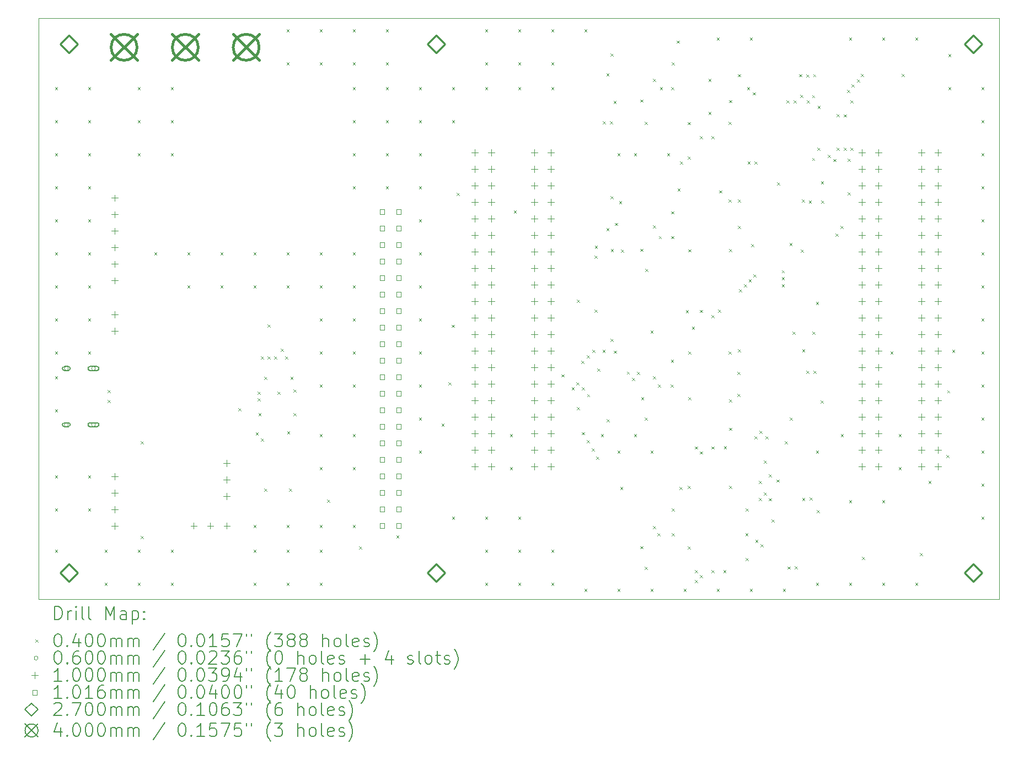
<source format=gbr>
%TF.GenerationSoftware,KiCad,Pcbnew,(6.0.7)*%
%TF.CreationDate,2023-05-23T08:48:58-04:00*%
%TF.ProjectId,ECELab_v1,4543454c-6162-45f7-9631-2e6b69636164,rev?*%
%TF.SameCoordinates,Original*%
%TF.FileFunction,Drillmap*%
%TF.FilePolarity,Positive*%
%FSLAX45Y45*%
G04 Gerber Fmt 4.5, Leading zero omitted, Abs format (unit mm)*
G04 Created by KiCad (PCBNEW (6.0.7)) date 2023-05-23 08:48:58*
%MOMM*%
%LPD*%
G01*
G04 APERTURE LIST*
%ADD10C,0.100000*%
%ADD11C,0.200000*%
%ADD12C,0.040000*%
%ADD13C,0.060000*%
%ADD14C,0.101600*%
%ADD15C,0.270000*%
%ADD16C,0.400000*%
G04 APERTURE END LIST*
D10*
X10393680Y-15212060D02*
X10393680Y-6283960D01*
X25146000Y-15212060D02*
X10393680Y-15212060D01*
X15748000Y-6283960D02*
X25146000Y-6283960D01*
X25146000Y-6283960D02*
X25146000Y-15212060D01*
X10393680Y-6283960D02*
X15748000Y-6283960D01*
D11*
D12*
X10648000Y-7346000D02*
X10688000Y-7386000D01*
X10688000Y-7346000D02*
X10648000Y-7386000D01*
X10648000Y-7854000D02*
X10688000Y-7894000D01*
X10688000Y-7854000D02*
X10648000Y-7894000D01*
X10648000Y-8362000D02*
X10688000Y-8402000D01*
X10688000Y-8362000D02*
X10648000Y-8402000D01*
X10648000Y-8870000D02*
X10688000Y-8910000D01*
X10688000Y-8870000D02*
X10648000Y-8910000D01*
X10648000Y-9378000D02*
X10688000Y-9418000D01*
X10688000Y-9378000D02*
X10648000Y-9418000D01*
X10648000Y-9886000D02*
X10688000Y-9926000D01*
X10688000Y-9886000D02*
X10648000Y-9926000D01*
X10648000Y-10394000D02*
X10688000Y-10434000D01*
X10688000Y-10394000D02*
X10648000Y-10434000D01*
X10648000Y-10902000D02*
X10688000Y-10942000D01*
X10688000Y-10902000D02*
X10648000Y-10942000D01*
X10648000Y-11410000D02*
X10688000Y-11450000D01*
X10688000Y-11410000D02*
X10648000Y-11450000D01*
X10648000Y-11791000D02*
X10688000Y-11831000D01*
X10688000Y-11791000D02*
X10648000Y-11831000D01*
X10648000Y-12299000D02*
X10688000Y-12339000D01*
X10688000Y-12299000D02*
X10648000Y-12339000D01*
X10648000Y-13315000D02*
X10688000Y-13355000D01*
X10688000Y-13315000D02*
X10648000Y-13355000D01*
X10648000Y-13823000D02*
X10688000Y-13863000D01*
X10688000Y-13823000D02*
X10648000Y-13863000D01*
X10648000Y-14458000D02*
X10688000Y-14498000D01*
X10688000Y-14458000D02*
X10648000Y-14498000D01*
X11156000Y-7346000D02*
X11196000Y-7386000D01*
X11196000Y-7346000D02*
X11156000Y-7386000D01*
X11156000Y-7854000D02*
X11196000Y-7894000D01*
X11196000Y-7854000D02*
X11156000Y-7894000D01*
X11156000Y-8362000D02*
X11196000Y-8402000D01*
X11196000Y-8362000D02*
X11156000Y-8402000D01*
X11156000Y-8870000D02*
X11196000Y-8910000D01*
X11196000Y-8870000D02*
X11156000Y-8910000D01*
X11156000Y-9378000D02*
X11196000Y-9418000D01*
X11196000Y-9378000D02*
X11156000Y-9418000D01*
X11156000Y-9886000D02*
X11196000Y-9926000D01*
X11196000Y-9886000D02*
X11156000Y-9926000D01*
X11156000Y-10394000D02*
X11196000Y-10434000D01*
X11196000Y-10394000D02*
X11156000Y-10434000D01*
X11156000Y-10902000D02*
X11196000Y-10942000D01*
X11196000Y-10902000D02*
X11156000Y-10942000D01*
X11156000Y-11410000D02*
X11196000Y-11450000D01*
X11196000Y-11410000D02*
X11156000Y-11450000D01*
X11156000Y-13315000D02*
X11196000Y-13355000D01*
X11196000Y-13315000D02*
X11156000Y-13355000D01*
X11156000Y-13823000D02*
X11196000Y-13863000D01*
X11196000Y-13823000D02*
X11156000Y-13863000D01*
X11410000Y-14458000D02*
X11450000Y-14498000D01*
X11450000Y-14458000D02*
X11410000Y-14498000D01*
X11410000Y-14966000D02*
X11450000Y-15006000D01*
X11450000Y-14966000D02*
X11410000Y-15006000D01*
X11455720Y-12154220D02*
X11495720Y-12194220D01*
X11495720Y-12154220D02*
X11455720Y-12194220D01*
X11458260Y-12001820D02*
X11498260Y-12041820D01*
X11498260Y-12001820D02*
X11458260Y-12041820D01*
X11918000Y-7346000D02*
X11958000Y-7386000D01*
X11958000Y-7346000D02*
X11918000Y-7386000D01*
X11918000Y-7854000D02*
X11958000Y-7894000D01*
X11958000Y-7854000D02*
X11918000Y-7894000D01*
X11918000Y-8362000D02*
X11958000Y-8402000D01*
X11958000Y-8362000D02*
X11918000Y-8402000D01*
X11918000Y-14458000D02*
X11958000Y-14498000D01*
X11958000Y-14458000D02*
X11918000Y-14498000D01*
X11918000Y-14966000D02*
X11958000Y-15006000D01*
X11958000Y-14966000D02*
X11918000Y-15006000D01*
X11966260Y-12789220D02*
X12006260Y-12829220D01*
X12006260Y-12789220D02*
X11966260Y-12829220D01*
X11966260Y-14244640D02*
X12006260Y-14284640D01*
X12006260Y-14244640D02*
X11966260Y-14284640D01*
X12172000Y-9886000D02*
X12212000Y-9926000D01*
X12212000Y-9886000D02*
X12172000Y-9926000D01*
X12426000Y-7346000D02*
X12466000Y-7386000D01*
X12466000Y-7346000D02*
X12426000Y-7386000D01*
X12426000Y-7854000D02*
X12466000Y-7894000D01*
X12466000Y-7854000D02*
X12426000Y-7894000D01*
X12426000Y-8362000D02*
X12466000Y-8402000D01*
X12466000Y-8362000D02*
X12426000Y-8402000D01*
X12426000Y-14458000D02*
X12466000Y-14498000D01*
X12466000Y-14458000D02*
X12426000Y-14498000D01*
X12426000Y-14966000D02*
X12466000Y-15006000D01*
X12466000Y-14966000D02*
X12426000Y-15006000D01*
X12680000Y-9886000D02*
X12720000Y-9926000D01*
X12720000Y-9886000D02*
X12680000Y-9926000D01*
X12680000Y-10394000D02*
X12720000Y-10434000D01*
X12720000Y-10394000D02*
X12680000Y-10434000D01*
X13188000Y-9886000D02*
X13228000Y-9926000D01*
X13228000Y-9886000D02*
X13188000Y-9926000D01*
X13188000Y-10394000D02*
X13228000Y-10434000D01*
X13228000Y-10394000D02*
X13188000Y-10434000D01*
X13464860Y-12281220D02*
X13504860Y-12321220D01*
X13504860Y-12281220D02*
X13464860Y-12321220D01*
X13696000Y-9886000D02*
X13736000Y-9926000D01*
X13736000Y-9886000D02*
X13696000Y-9926000D01*
X13696000Y-10394000D02*
X13736000Y-10434000D01*
X13736000Y-10394000D02*
X13696000Y-10434000D01*
X13696000Y-14077000D02*
X13736000Y-14117000D01*
X13736000Y-14077000D02*
X13696000Y-14117000D01*
X13696000Y-14458000D02*
X13736000Y-14498000D01*
X13736000Y-14458000D02*
X13696000Y-14498000D01*
X13696000Y-14966000D02*
X13736000Y-15006000D01*
X13736000Y-14966000D02*
X13696000Y-15006000D01*
X13729020Y-12654600D02*
X13769020Y-12694600D01*
X13769020Y-12654600D02*
X13729020Y-12694600D01*
X13759500Y-12027220D02*
X13799500Y-12067220D01*
X13799500Y-12027220D02*
X13759500Y-12067220D01*
X13759500Y-12127170D02*
X13799500Y-12167170D01*
X13799500Y-12127170D02*
X13759500Y-12167170D01*
X13772200Y-12354880D02*
X13812200Y-12394880D01*
X13812200Y-12354880D02*
X13772200Y-12394880D01*
X13810300Y-12743500D02*
X13850300Y-12783500D01*
X13850300Y-12743500D02*
X13810300Y-12783500D01*
X13812070Y-11481087D02*
X13852070Y-11521087D01*
X13852070Y-11481087D02*
X13812070Y-11521087D01*
X13861100Y-11798620D02*
X13901100Y-11838620D01*
X13901100Y-11798620D02*
X13861100Y-11838620D01*
X13863640Y-13513120D02*
X13903640Y-13553120D01*
X13903640Y-13513120D02*
X13863640Y-13553120D01*
X13909360Y-10990900D02*
X13949360Y-11030900D01*
X13949360Y-10990900D02*
X13909360Y-11030900D01*
X13912020Y-11481387D02*
X13952020Y-11521387D01*
X13952020Y-11481387D02*
X13912020Y-11521387D01*
X14011970Y-11481110D02*
X14051970Y-11521110D01*
X14051970Y-11481110D02*
X14011970Y-11521110D01*
X14061760Y-12024680D02*
X14101760Y-12064680D01*
X14101760Y-12024680D02*
X14061760Y-12064680D01*
X14112560Y-11366820D02*
X14152560Y-11406820D01*
X14152560Y-11366820D02*
X14112560Y-11406820D01*
X14183680Y-11482765D02*
X14223680Y-11522765D01*
X14223680Y-11482765D02*
X14183680Y-11522765D01*
X14204000Y-6457000D02*
X14244000Y-6497000D01*
X14244000Y-6457000D02*
X14204000Y-6497000D01*
X14204000Y-6965000D02*
X14244000Y-7005000D01*
X14244000Y-6965000D02*
X14204000Y-7005000D01*
X14204000Y-9886000D02*
X14244000Y-9926000D01*
X14244000Y-9886000D02*
X14204000Y-9926000D01*
X14204000Y-10394000D02*
X14244000Y-10434000D01*
X14244000Y-10394000D02*
X14204000Y-10434000D01*
X14204000Y-14077000D02*
X14244000Y-14117000D01*
X14244000Y-14077000D02*
X14204000Y-14117000D01*
X14204000Y-14458000D02*
X14244000Y-14498000D01*
X14244000Y-14458000D02*
X14204000Y-14498000D01*
X14204000Y-14966000D02*
X14244000Y-15006000D01*
X14244000Y-14966000D02*
X14204000Y-15006000D01*
X14211620Y-12636820D02*
X14251620Y-12676820D01*
X14251620Y-12636820D02*
X14211620Y-12676820D01*
X14242100Y-13513120D02*
X14282100Y-13553120D01*
X14282100Y-13513120D02*
X14242100Y-13553120D01*
X14262420Y-11798620D02*
X14302420Y-11838620D01*
X14302420Y-11798620D02*
X14262420Y-11838620D01*
X14310680Y-11994200D02*
X14350680Y-12034200D01*
X14350680Y-11994200D02*
X14310680Y-12034200D01*
X14310680Y-12354880D02*
X14350680Y-12394880D01*
X14350680Y-12354880D02*
X14310680Y-12394880D01*
X14712000Y-6457000D02*
X14752000Y-6497000D01*
X14752000Y-6457000D02*
X14712000Y-6497000D01*
X14712000Y-6965000D02*
X14752000Y-7005000D01*
X14752000Y-6965000D02*
X14712000Y-7005000D01*
X14712000Y-9886000D02*
X14752000Y-9926000D01*
X14752000Y-9886000D02*
X14712000Y-9926000D01*
X14712000Y-10394000D02*
X14752000Y-10434000D01*
X14752000Y-10394000D02*
X14712000Y-10434000D01*
X14712000Y-10902000D02*
X14752000Y-10942000D01*
X14752000Y-10902000D02*
X14712000Y-10942000D01*
X14712000Y-11410000D02*
X14752000Y-11450000D01*
X14752000Y-11410000D02*
X14712000Y-11450000D01*
X14712000Y-11918000D02*
X14752000Y-11958000D01*
X14752000Y-11918000D02*
X14712000Y-11958000D01*
X14712000Y-12680000D02*
X14752000Y-12720000D01*
X14752000Y-12680000D02*
X14712000Y-12720000D01*
X14712000Y-13188000D02*
X14752000Y-13228000D01*
X14752000Y-13188000D02*
X14712000Y-13228000D01*
X14712000Y-14077000D02*
X14752000Y-14117000D01*
X14752000Y-14077000D02*
X14712000Y-14117000D01*
X14712000Y-14458000D02*
X14752000Y-14498000D01*
X14752000Y-14458000D02*
X14712000Y-14498000D01*
X14712000Y-14966000D02*
X14752000Y-15006000D01*
X14752000Y-14966000D02*
X14712000Y-15006000D01*
X14823760Y-13685840D02*
X14863760Y-13725840D01*
X14863760Y-13685840D02*
X14823760Y-13725840D01*
X15220000Y-6457000D02*
X15260000Y-6497000D01*
X15260000Y-6457000D02*
X15220000Y-6497000D01*
X15220000Y-6965000D02*
X15260000Y-7005000D01*
X15260000Y-6965000D02*
X15220000Y-7005000D01*
X15220000Y-7346000D02*
X15260000Y-7386000D01*
X15260000Y-7346000D02*
X15220000Y-7386000D01*
X15220000Y-7854000D02*
X15260000Y-7894000D01*
X15260000Y-7854000D02*
X15220000Y-7894000D01*
X15220000Y-8362000D02*
X15260000Y-8402000D01*
X15260000Y-8362000D02*
X15220000Y-8402000D01*
X15220000Y-8870000D02*
X15260000Y-8910000D01*
X15260000Y-8870000D02*
X15220000Y-8910000D01*
X15220000Y-9886000D02*
X15260000Y-9926000D01*
X15260000Y-9886000D02*
X15220000Y-9926000D01*
X15220000Y-10394000D02*
X15260000Y-10434000D01*
X15260000Y-10394000D02*
X15220000Y-10434000D01*
X15220000Y-10902000D02*
X15260000Y-10942000D01*
X15260000Y-10902000D02*
X15220000Y-10942000D01*
X15220000Y-11410000D02*
X15260000Y-11450000D01*
X15260000Y-11410000D02*
X15220000Y-11450000D01*
X15220000Y-11918000D02*
X15260000Y-11958000D01*
X15260000Y-11918000D02*
X15220000Y-11958000D01*
X15220000Y-12680000D02*
X15260000Y-12720000D01*
X15260000Y-12680000D02*
X15220000Y-12720000D01*
X15220000Y-13188000D02*
X15260000Y-13228000D01*
X15260000Y-13188000D02*
X15220000Y-13228000D01*
X15220000Y-14077000D02*
X15260000Y-14117000D01*
X15260000Y-14077000D02*
X15220000Y-14117000D01*
X15319060Y-14402120D02*
X15359060Y-14442120D01*
X15359060Y-14402120D02*
X15319060Y-14442120D01*
X15728000Y-6457000D02*
X15768000Y-6497000D01*
X15768000Y-6457000D02*
X15728000Y-6497000D01*
X15728000Y-6965000D02*
X15768000Y-7005000D01*
X15768000Y-6965000D02*
X15728000Y-7005000D01*
X15728000Y-7346000D02*
X15768000Y-7386000D01*
X15768000Y-7346000D02*
X15728000Y-7386000D01*
X15728000Y-7854000D02*
X15768000Y-7894000D01*
X15768000Y-7854000D02*
X15728000Y-7894000D01*
X15728000Y-8362000D02*
X15768000Y-8402000D01*
X15768000Y-8362000D02*
X15728000Y-8402000D01*
X15728000Y-8870000D02*
X15768000Y-8910000D01*
X15768000Y-8870000D02*
X15728000Y-8910000D01*
X15888020Y-14234480D02*
X15928020Y-14274480D01*
X15928020Y-14234480D02*
X15888020Y-14274480D01*
X16236000Y-7346000D02*
X16276000Y-7386000D01*
X16276000Y-7346000D02*
X16236000Y-7386000D01*
X16236000Y-7854000D02*
X16276000Y-7894000D01*
X16276000Y-7854000D02*
X16236000Y-7894000D01*
X16236000Y-8362000D02*
X16276000Y-8402000D01*
X16276000Y-8362000D02*
X16236000Y-8402000D01*
X16236000Y-8870000D02*
X16276000Y-8910000D01*
X16276000Y-8870000D02*
X16236000Y-8910000D01*
X16236000Y-9378000D02*
X16276000Y-9418000D01*
X16276000Y-9378000D02*
X16236000Y-9418000D01*
X16236000Y-9886000D02*
X16276000Y-9926000D01*
X16276000Y-9886000D02*
X16236000Y-9926000D01*
X16236000Y-10394000D02*
X16276000Y-10434000D01*
X16276000Y-10394000D02*
X16236000Y-10434000D01*
X16236000Y-10902000D02*
X16276000Y-10942000D01*
X16276000Y-10902000D02*
X16236000Y-10942000D01*
X16236000Y-11410000D02*
X16276000Y-11450000D01*
X16276000Y-11410000D02*
X16236000Y-11450000D01*
X16236000Y-11918000D02*
X16276000Y-11958000D01*
X16276000Y-11918000D02*
X16236000Y-11958000D01*
X16236000Y-12426000D02*
X16276000Y-12466000D01*
X16276000Y-12426000D02*
X16236000Y-12466000D01*
X16236000Y-12934000D02*
X16276000Y-12974000D01*
X16276000Y-12934000D02*
X16236000Y-12974000D01*
X16583980Y-12514900D02*
X16623980Y-12554900D01*
X16623980Y-12514900D02*
X16583980Y-12554900D01*
X16688120Y-11882440D02*
X16728120Y-11922440D01*
X16728120Y-11882440D02*
X16688120Y-11922440D01*
X16738920Y-10995980D02*
X16778920Y-11035980D01*
X16778920Y-10995980D02*
X16738920Y-11035980D01*
X16744000Y-7346000D02*
X16784000Y-7386000D01*
X16784000Y-7346000D02*
X16744000Y-7386000D01*
X16744000Y-7854000D02*
X16784000Y-7894000D01*
X16784000Y-7854000D02*
X16744000Y-7894000D01*
X16744000Y-13950000D02*
X16784000Y-13990000D01*
X16784000Y-13950000D02*
X16744000Y-13990000D01*
X16818550Y-8966520D02*
X16858550Y-9006520D01*
X16858550Y-8966520D02*
X16818550Y-9006520D01*
X17252000Y-6457000D02*
X17292000Y-6497000D01*
X17292000Y-6457000D02*
X17252000Y-6497000D01*
X17252000Y-6965000D02*
X17292000Y-7005000D01*
X17292000Y-6965000D02*
X17252000Y-7005000D01*
X17252000Y-7346000D02*
X17292000Y-7386000D01*
X17292000Y-7346000D02*
X17252000Y-7386000D01*
X17252000Y-13950000D02*
X17292000Y-13990000D01*
X17292000Y-13950000D02*
X17252000Y-13990000D01*
X17252000Y-14458000D02*
X17292000Y-14498000D01*
X17292000Y-14458000D02*
X17252000Y-14498000D01*
X17252000Y-14966000D02*
X17292000Y-15006000D01*
X17292000Y-14966000D02*
X17252000Y-15006000D01*
X17633000Y-12680000D02*
X17673000Y-12720000D01*
X17673000Y-12680000D02*
X17633000Y-12720000D01*
X17633000Y-13188000D02*
X17673000Y-13228000D01*
X17673000Y-13188000D02*
X17633000Y-13228000D01*
X17693050Y-9240840D02*
X17733050Y-9280840D01*
X17733050Y-9240840D02*
X17693050Y-9280840D01*
X17760000Y-6457000D02*
X17800000Y-6497000D01*
X17800000Y-6457000D02*
X17760000Y-6497000D01*
X17760000Y-6965000D02*
X17800000Y-7005000D01*
X17800000Y-6965000D02*
X17760000Y-7005000D01*
X17760000Y-7346000D02*
X17800000Y-7386000D01*
X17800000Y-7346000D02*
X17760000Y-7386000D01*
X17760000Y-13950000D02*
X17800000Y-13990000D01*
X17800000Y-13950000D02*
X17760000Y-13990000D01*
X17760000Y-14458000D02*
X17800000Y-14498000D01*
X17800000Y-14458000D02*
X17760000Y-14498000D01*
X17760000Y-14966000D02*
X17800000Y-15006000D01*
X17800000Y-14966000D02*
X17760000Y-15006000D01*
X18268000Y-6457000D02*
X18308000Y-6497000D01*
X18308000Y-6457000D02*
X18268000Y-6497000D01*
X18268000Y-6965000D02*
X18308000Y-7005000D01*
X18308000Y-6965000D02*
X18268000Y-7005000D01*
X18268000Y-7346000D02*
X18308000Y-7386000D01*
X18308000Y-7346000D02*
X18268000Y-7386000D01*
X18268000Y-14458000D02*
X18308000Y-14498000D01*
X18308000Y-14458000D02*
X18268000Y-14498000D01*
X18268000Y-14966000D02*
X18308000Y-15006000D01*
X18308000Y-14966000D02*
X18268000Y-15006000D01*
X18425729Y-11758891D02*
X18465729Y-11798891D01*
X18465729Y-11758891D02*
X18425729Y-11798891D01*
X18580997Y-11958640D02*
X18620997Y-11998640D01*
X18620997Y-11958640D02*
X18580997Y-11998640D01*
X18655491Y-11881311D02*
X18695491Y-11921311D01*
X18695491Y-11881311D02*
X18655491Y-11921311D01*
X18658847Y-12263440D02*
X18698847Y-12303440D01*
X18698847Y-12263440D02*
X18658847Y-12303440D01*
X18663921Y-10610219D02*
X18703921Y-10650219D01*
X18703921Y-10610219D02*
X18663921Y-10650219D01*
X18727719Y-11549679D02*
X18767719Y-11589679D01*
X18767719Y-11549679D02*
X18727719Y-11589679D01*
X18735360Y-11959161D02*
X18775360Y-11999161D01*
X18775360Y-11959161D02*
X18735360Y-11999161D01*
X18736697Y-12646980D02*
X18776697Y-12686980D01*
X18776697Y-12646980D02*
X18736697Y-12686980D01*
X18776000Y-6457000D02*
X18816000Y-6497000D01*
X18816000Y-6457000D02*
X18776000Y-6497000D01*
X18776000Y-15057440D02*
X18816000Y-15097440D01*
X18816000Y-15057440D02*
X18776000Y-15097440D01*
X18811560Y-11465880D02*
X18851560Y-11505880D01*
X18851560Y-11465880D02*
X18811560Y-11505880D01*
X18814547Y-12768900D02*
X18854547Y-12808900D01*
X18854547Y-12768900D02*
X18814547Y-12808900D01*
X18818664Y-12062780D02*
X18858664Y-12102780D01*
X18858664Y-12062780D02*
X18818664Y-12102780D01*
X18892397Y-12898440D02*
X18932397Y-12938440D01*
X18932397Y-12898440D02*
X18892397Y-12938440D01*
X18896270Y-11384600D02*
X18936270Y-11424600D01*
X18936270Y-11384600D02*
X18896270Y-11424600D01*
X18930933Y-10766496D02*
X18970933Y-10806496D01*
X18970933Y-10766496D02*
X18930933Y-10806496D01*
X18934146Y-9935550D02*
X18974146Y-9975550D01*
X18974146Y-9935550D02*
X18934146Y-9975550D01*
X18935660Y-9778960D02*
X18975660Y-9818960D01*
X18975660Y-9778960D02*
X18935660Y-9818960D01*
X18959416Y-13025440D02*
X18999416Y-13065440D01*
X18999416Y-13025440D02*
X18959416Y-13065440D01*
X18974120Y-11669080D02*
X19014120Y-11709080D01*
X19014120Y-11669080D02*
X18974120Y-11709080D01*
X19030000Y-12680000D02*
X19070000Y-12720000D01*
X19070000Y-12680000D02*
X19030000Y-12720000D01*
X19054813Y-11380107D02*
X19094813Y-11420107D01*
X19094813Y-11380107D02*
X19054813Y-11420107D01*
X19062100Y-7865450D02*
X19102100Y-7905450D01*
X19102100Y-7865450D02*
X19062100Y-7905450D01*
X19113660Y-7128660D02*
X19153660Y-7168660D01*
X19153660Y-7128660D02*
X19113660Y-7168660D01*
X19115000Y-9508050D02*
X19155000Y-9548050D01*
X19155000Y-9508050D02*
X19115000Y-9548050D01*
X19116360Y-12446320D02*
X19156360Y-12486320D01*
X19156360Y-12446320D02*
X19116360Y-12486320D01*
X19167450Y-7865450D02*
X19207450Y-7905450D01*
X19207450Y-7865450D02*
X19167450Y-7905450D01*
X19179563Y-11213317D02*
X19219563Y-11253317D01*
X19219563Y-11213317D02*
X19179563Y-11253317D01*
X19180000Y-6825000D02*
X19220000Y-6865000D01*
X19220000Y-6825000D02*
X19180000Y-6865000D01*
X19180000Y-9016950D02*
X19220000Y-9056950D01*
X19220000Y-9016950D02*
X19180000Y-9056950D01*
X19182500Y-9832500D02*
X19222500Y-9872500D01*
X19222500Y-9832500D02*
X19182500Y-9872500D01*
X19223940Y-7553150D02*
X19263940Y-7593150D01*
X19263940Y-7553150D02*
X19223940Y-7593150D01*
X19230660Y-11394760D02*
X19270660Y-11434760D01*
X19270660Y-11394760D02*
X19230660Y-11434760D01*
X19245000Y-9430000D02*
X19285000Y-9470000D01*
X19285000Y-9430000D02*
X19245000Y-9470000D01*
X19284000Y-8362000D02*
X19324000Y-8402000D01*
X19324000Y-8362000D02*
X19284000Y-8402000D01*
X19284000Y-12934000D02*
X19324000Y-12974000D01*
X19324000Y-12934000D02*
X19284000Y-12974000D01*
X19284000Y-15057440D02*
X19324000Y-15097440D01*
X19324000Y-15057440D02*
X19284000Y-15097440D01*
X19310000Y-9095000D02*
X19350000Y-9135000D01*
X19350000Y-9095000D02*
X19310000Y-9135000D01*
X19327180Y-13490260D02*
X19367180Y-13530260D01*
X19367180Y-13490260D02*
X19327180Y-13530260D01*
X19340332Y-9839563D02*
X19380332Y-9879563D01*
X19380332Y-9839563D02*
X19340332Y-9879563D01*
X19427130Y-11716274D02*
X19467130Y-11756274D01*
X19467130Y-11716274D02*
X19427130Y-11756274D01*
X19505418Y-11813422D02*
X19545418Y-11853422D01*
X19545418Y-11813422D02*
X19505418Y-11853422D01*
X19538000Y-8362000D02*
X19578000Y-8402000D01*
X19578000Y-8362000D02*
X19538000Y-8402000D01*
X19538000Y-12680000D02*
X19578000Y-12720000D01*
X19578000Y-12680000D02*
X19538000Y-12720000D01*
X19583350Y-11717495D02*
X19623350Y-11757495D01*
X19623350Y-11717495D02*
X19583350Y-11757495D01*
X19635101Y-9827757D02*
X19675101Y-9867757D01*
X19675101Y-9827757D02*
X19635101Y-9867757D01*
X19635171Y-7532718D02*
X19675171Y-7572718D01*
X19675171Y-7532718D02*
X19635171Y-7572718D01*
X19635509Y-14400342D02*
X19675509Y-14440342D01*
X19675509Y-14400342D02*
X19635509Y-14440342D01*
X19648350Y-12111040D02*
X19688350Y-12151040D01*
X19688350Y-12111040D02*
X19648350Y-12151040D01*
X19700560Y-7876860D02*
X19740560Y-7916860D01*
X19740560Y-7876860D02*
X19700560Y-7916860D01*
X19700560Y-12423510D02*
X19740560Y-12463510D01*
X19740560Y-12423510D02*
X19700560Y-12463510D01*
X19700560Y-14714540D02*
X19740560Y-14754540D01*
X19740560Y-14714540D02*
X19700560Y-14754540D01*
X19713350Y-10137737D02*
X19753350Y-10177737D01*
X19753350Y-10137737D02*
X19713350Y-10177737D01*
X19792000Y-11082340D02*
X19832000Y-11122340D01*
X19832000Y-11082340D02*
X19792000Y-11122340D01*
X19792000Y-12934000D02*
X19832000Y-12974000D01*
X19832000Y-12934000D02*
X19792000Y-12974000D01*
X19792000Y-15057440D02*
X19832000Y-15097440D01*
X19832000Y-15057440D02*
X19792000Y-15097440D01*
X19827500Y-7215000D02*
X19867500Y-7255000D01*
X19867500Y-7215000D02*
X19827500Y-7255000D01*
X19830000Y-9470000D02*
X19870000Y-9510000D01*
X19870000Y-9470000D02*
X19830000Y-9510000D01*
X19830100Y-11785920D02*
X19870100Y-11825920D01*
X19870100Y-11785920D02*
X19830100Y-11825920D01*
X19830100Y-14089700D02*
X19870100Y-14129700D01*
X19870100Y-14089700D02*
X19830100Y-14129700D01*
X19896140Y-14204000D02*
X19936140Y-14244000D01*
X19936140Y-14204000D02*
X19896140Y-14244000D01*
X19906300Y-11918000D02*
X19946300Y-11958000D01*
X19946300Y-11918000D02*
X19906300Y-11958000D01*
X19920000Y-9632500D02*
X19960000Y-9672500D01*
X19960000Y-9632500D02*
X19920000Y-9672500D01*
X19935000Y-7345000D02*
X19975000Y-7385000D01*
X19975000Y-7345000D02*
X19935000Y-7385000D01*
X20046000Y-8362000D02*
X20086000Y-8402000D01*
X20086000Y-8362000D02*
X20046000Y-8402000D01*
X20101880Y-11918000D02*
X20141880Y-11958000D01*
X20141880Y-11918000D02*
X20101880Y-11958000D01*
X20104420Y-11537000D02*
X20144420Y-11577000D01*
X20144420Y-11537000D02*
X20104420Y-11577000D01*
X20107500Y-7345000D02*
X20147500Y-7385000D01*
X20147500Y-7345000D02*
X20107500Y-7385000D01*
X20107500Y-9252500D02*
X20147500Y-9292500D01*
X20147500Y-9252500D02*
X20107500Y-9292500D01*
X20107500Y-9632500D02*
X20147500Y-9672500D01*
X20147500Y-9632500D02*
X20107500Y-9672500D01*
X20115000Y-6965000D02*
X20155000Y-7005000D01*
X20155000Y-6965000D02*
X20115000Y-7005000D01*
X20119660Y-13823000D02*
X20159660Y-13863000D01*
X20159660Y-13823000D02*
X20119660Y-13863000D01*
X20119660Y-14204000D02*
X20159660Y-14244000D01*
X20159660Y-14204000D02*
X20119660Y-14244000D01*
X20192500Y-6627500D02*
X20232500Y-6667500D01*
X20232500Y-6627500D02*
X20192500Y-6667500D01*
X20207500Y-8902500D02*
X20247500Y-8942500D01*
X20247500Y-8902500D02*
X20207500Y-8942500D01*
X20236500Y-13490260D02*
X20276500Y-13530260D01*
X20276500Y-13490260D02*
X20236500Y-13530260D01*
X20247500Y-8487900D02*
X20287500Y-8527900D01*
X20287500Y-8487900D02*
X20247500Y-8527900D01*
X20300000Y-15057440D02*
X20340000Y-15097440D01*
X20340000Y-15057440D02*
X20300000Y-15097440D01*
X20333020Y-10769920D02*
X20373020Y-10809920D01*
X20373020Y-10769920D02*
X20333020Y-10809920D01*
X20365000Y-7880000D02*
X20405000Y-7920000D01*
X20405000Y-7880000D02*
X20365000Y-7920000D01*
X20365000Y-13471440D02*
X20405000Y-13511440D01*
X20405000Y-13471440D02*
X20365000Y-13511440D01*
X20365000Y-14405700D02*
X20405000Y-14445700D01*
X20405000Y-14405700D02*
X20365000Y-14445700D01*
X20366040Y-8410950D02*
X20406040Y-8450950D01*
X20406040Y-8410950D02*
X20366040Y-8450950D01*
X20372500Y-9836360D02*
X20412500Y-9876360D01*
X20412500Y-9836360D02*
X20372500Y-9876360D01*
X20372500Y-11406300D02*
X20412500Y-11446300D01*
X20412500Y-11406300D02*
X20372500Y-11446300D01*
X20372500Y-12107120D02*
X20412500Y-12147120D01*
X20412500Y-12107120D02*
X20372500Y-12147120D01*
X20427000Y-11029000D02*
X20467000Y-11069000D01*
X20467000Y-11029000D02*
X20427000Y-11069000D01*
X20472720Y-14921040D02*
X20512720Y-14961040D01*
X20512720Y-14921040D02*
X20472720Y-14961040D01*
X20473610Y-12866310D02*
X20513610Y-12906310D01*
X20513610Y-12866310D02*
X20473610Y-12906310D01*
X20473610Y-14765340D02*
X20513610Y-14805340D01*
X20513610Y-14765340D02*
X20473610Y-14805340D01*
X20548920Y-8097840D02*
X20588920Y-8137840D01*
X20588920Y-8097840D02*
X20548920Y-8137840D01*
X20551460Y-10767380D02*
X20591460Y-10807380D01*
X20591460Y-10767380D02*
X20551460Y-10807380D01*
X20551460Y-12944160D02*
X20591460Y-12984160D01*
X20591460Y-12944160D02*
X20551460Y-12984160D01*
X20551503Y-14843190D02*
X20591503Y-14883190D01*
X20591503Y-14843190D02*
X20551503Y-14883190D01*
X20681000Y-7219000D02*
X20721000Y-7259000D01*
X20721000Y-7219000D02*
X20681000Y-7259000D01*
X20681000Y-7727000D02*
X20721000Y-7767000D01*
X20721000Y-7727000D02*
X20681000Y-7767000D01*
X20726720Y-8097840D02*
X20766720Y-8137840D01*
X20766720Y-8097840D02*
X20726720Y-8137840D01*
X20729260Y-10846120D02*
X20769260Y-10886120D01*
X20769260Y-10846120D02*
X20729260Y-10886120D01*
X20729260Y-12866310D02*
X20769260Y-12906310D01*
X20769260Y-12866310D02*
X20729260Y-12906310D01*
X20729260Y-14765340D02*
X20769260Y-14805340D01*
X20769260Y-14765340D02*
X20729260Y-14805340D01*
X20808000Y-6584000D02*
X20848000Y-6624000D01*
X20848000Y-6584000D02*
X20808000Y-6624000D01*
X20808000Y-15057440D02*
X20848000Y-15097440D01*
X20848000Y-15057440D02*
X20808000Y-15097440D01*
X20830860Y-10765730D02*
X20870860Y-10805730D01*
X20870860Y-10765730D02*
X20830860Y-10805730D01*
X20848640Y-8930960D02*
X20888640Y-8970960D01*
X20888640Y-8930960D02*
X20848640Y-8970960D01*
X20909600Y-14765340D02*
X20949600Y-14805340D01*
X20949600Y-14765340D02*
X20909600Y-14805340D01*
X20918956Y-12865470D02*
X20958956Y-12905470D01*
X20958956Y-12865470D02*
X20918956Y-12905470D01*
X20988340Y-7879400D02*
X21028340Y-7919400D01*
X21028340Y-7879400D02*
X20988340Y-7919400D01*
X20990000Y-9073200D02*
X21030000Y-9113200D01*
X21030000Y-9073200D02*
X20990000Y-9113200D01*
X20990880Y-11404920D02*
X21030880Y-11444920D01*
X21030880Y-11404920D02*
X20990880Y-11444920D01*
X20996806Y-12579210D02*
X21036806Y-12619210D01*
X21036806Y-12579210D02*
X20996806Y-12619210D01*
X20997000Y-9835000D02*
X21037000Y-9875000D01*
X21037000Y-9835000D02*
X20997000Y-9875000D01*
X20997000Y-12142560D02*
X21037000Y-12182560D01*
X21037000Y-12142560D02*
X20997000Y-12182560D01*
X20997500Y-7542500D02*
X21037500Y-7582500D01*
X21037500Y-7542500D02*
X20997500Y-7582500D01*
X21001040Y-13472480D02*
X21041040Y-13512480D01*
X21041040Y-13472480D02*
X21001040Y-13512480D01*
X21125500Y-11719880D02*
X21165500Y-11759880D01*
X21165500Y-11719880D02*
X21125500Y-11759880D01*
X21128040Y-12058350D02*
X21168040Y-12098350D01*
X21168040Y-12058350D02*
X21128040Y-12098350D01*
X21132500Y-7145000D02*
X21172500Y-7185000D01*
X21172500Y-7145000D02*
X21132500Y-7185000D01*
X21135000Y-9072500D02*
X21175000Y-9112500D01*
X21175000Y-9072500D02*
X21135000Y-9112500D01*
X21135000Y-9477500D02*
X21175000Y-9517500D01*
X21175000Y-9477500D02*
X21135000Y-9517500D01*
X21135660Y-11374440D02*
X21175660Y-11414440D01*
X21175660Y-11374440D02*
X21135660Y-11414440D01*
X21149602Y-10450550D02*
X21189602Y-10490550D01*
X21189602Y-10450550D02*
X21149602Y-10490550D01*
X21224503Y-10374400D02*
X21264503Y-10414400D01*
X21264503Y-10374400D02*
X21224503Y-10414400D01*
X21247420Y-14204000D02*
X21287420Y-14244000D01*
X21287420Y-14204000D02*
X21247420Y-14244000D01*
X21249960Y-13823000D02*
X21289960Y-13863000D01*
X21289960Y-13823000D02*
X21249960Y-13863000D01*
X21252500Y-14585000D02*
X21292500Y-14625000D01*
X21292500Y-14585000D02*
X21252500Y-14625000D01*
X21272500Y-7345000D02*
X21312500Y-7385000D01*
X21312500Y-7345000D02*
X21272500Y-7385000D01*
X21283100Y-8487900D02*
X21323100Y-8527900D01*
X21323100Y-8487900D02*
X21283100Y-8527900D01*
X21299293Y-10296900D02*
X21339293Y-10336900D01*
X21339293Y-10296900D02*
X21299293Y-10336900D01*
X21316000Y-6584000D02*
X21356000Y-6624000D01*
X21356000Y-6584000D02*
X21316000Y-6624000D01*
X21316000Y-15057440D02*
X21356000Y-15097440D01*
X21356000Y-15057440D02*
X21316000Y-15097440D01*
X21340000Y-9756950D02*
X21380000Y-9796950D01*
X21380000Y-9756950D02*
X21340000Y-9796950D01*
X21365000Y-7423050D02*
X21405000Y-7463050D01*
X21405000Y-7423050D02*
X21365000Y-7463050D01*
X21373880Y-10219450D02*
X21413880Y-10259450D01*
X21413880Y-10219450D02*
X21373880Y-10259450D01*
X21387120Y-12710480D02*
X21427120Y-12750480D01*
X21427120Y-12710480D02*
X21387120Y-12750480D01*
X21388450Y-8487900D02*
X21428450Y-8527900D01*
X21428450Y-8487900D02*
X21388450Y-8527900D01*
X21401382Y-14300791D02*
X21441382Y-14340791D01*
X21441382Y-14300791D02*
X21401382Y-14340791D01*
X21453160Y-13395430D02*
X21493160Y-13435430D01*
X21493160Y-13395430D02*
X21453160Y-13435430D01*
X21453650Y-13657900D02*
X21493650Y-13697900D01*
X21493650Y-13657900D02*
X21453650Y-13697900D01*
X21465860Y-12629200D02*
X21505860Y-12669200D01*
X21505860Y-12629200D02*
X21465860Y-12669200D01*
X21479350Y-14371640D02*
X21519350Y-14411640D01*
X21519350Y-14371640D02*
X21479350Y-14411640D01*
X21531900Y-13083860D02*
X21571900Y-13123860D01*
X21571900Y-13083860D02*
X21531900Y-13123860D01*
X21531900Y-13574080D02*
X21571900Y-13614080D01*
X21571900Y-13574080D02*
X21531900Y-13614080D01*
X21559840Y-12710480D02*
X21599840Y-12750480D01*
X21599840Y-12710480D02*
X21559840Y-12750480D01*
X21609350Y-13662980D02*
X21649350Y-13702980D01*
X21649350Y-13662980D02*
X21609350Y-13702980D01*
X21609750Y-13297220D02*
X21649750Y-13337220D01*
X21649750Y-13297220D02*
X21609750Y-13337220D01*
X21649566Y-13989261D02*
X21689566Y-14029261D01*
X21689566Y-13989261D02*
X21649566Y-14029261D01*
X21724940Y-13375070D02*
X21764940Y-13415070D01*
X21764940Y-13375070D02*
X21724940Y-13415070D01*
X21737500Y-8805550D02*
X21777500Y-8845550D01*
X21777500Y-8805550D02*
X21737500Y-8845550D01*
X21805929Y-10264240D02*
X21845929Y-10304240D01*
X21845929Y-10264240D02*
X21805929Y-10304240D01*
X21806620Y-10157380D02*
X21846620Y-10197380D01*
X21846620Y-10157380D02*
X21806620Y-10197380D01*
X21806773Y-10373706D02*
X21846773Y-10413706D01*
X21846773Y-10373706D02*
X21806773Y-10413706D01*
X21824000Y-15057440D02*
X21864000Y-15097440D01*
X21864000Y-15057440D02*
X21824000Y-15097440D01*
X21851940Y-12788330D02*
X21891940Y-12828330D01*
X21891940Y-12788330D02*
X21851940Y-12828330D01*
X21877500Y-7545000D02*
X21917500Y-7585000D01*
X21917500Y-7545000D02*
X21877500Y-7585000D01*
X21897781Y-14714093D02*
X21937781Y-14754093D01*
X21937781Y-14714093D02*
X21897781Y-14754093D01*
X21925000Y-9737500D02*
X21965000Y-9777500D01*
X21965000Y-9737500D02*
X21925000Y-9777500D01*
X21929700Y-12423050D02*
X21969700Y-12463050D01*
X21969700Y-12423050D02*
X21929700Y-12463050D01*
X21973860Y-11102660D02*
X22013860Y-11142660D01*
X22013860Y-11102660D02*
X21973860Y-11142660D01*
X21986835Y-7546301D02*
X22026835Y-7586301D01*
X22026835Y-7546301D02*
X21986835Y-7586301D01*
X22003099Y-14711498D02*
X22043099Y-14751498D01*
X22043099Y-14711498D02*
X22003099Y-14751498D01*
X22075000Y-7144961D02*
X22115000Y-7184961D01*
X22115000Y-7144961D02*
X22075000Y-7184961D01*
X22090700Y-7460550D02*
X22130700Y-7500550D01*
X22130700Y-7460550D02*
X22090700Y-7500550D01*
X22097500Y-9839150D02*
X22137500Y-9879150D01*
X22137500Y-9839150D02*
X22097500Y-9879150D01*
X22115000Y-9072500D02*
X22155000Y-9112500D01*
X22155000Y-9072500D02*
X22115000Y-9112500D01*
X22119377Y-13656465D02*
X22159377Y-13696465D01*
X22159377Y-13656465D02*
X22119377Y-13696465D01*
X22119610Y-11373574D02*
X22159610Y-11413574D01*
X22159610Y-11373574D02*
X22119610Y-11413574D01*
X22182001Y-7145451D02*
X22222001Y-7185451D01*
X22222001Y-7145451D02*
X22182001Y-7185451D01*
X22182140Y-11702100D02*
X22222140Y-11742100D01*
X22222140Y-11702100D02*
X22182140Y-11742100D01*
X22194350Y-7549200D02*
X22234350Y-7589200D01*
X22234350Y-7549200D02*
X22194350Y-7589200D01*
X22221685Y-9088128D02*
X22261685Y-9128128D01*
X22261685Y-9088128D02*
X22221685Y-9128128D01*
X22233772Y-13651112D02*
X22273772Y-13691112D01*
X22273772Y-13651112D02*
X22233772Y-13691112D01*
X22272500Y-7465000D02*
X22312500Y-7505000D01*
X22312500Y-7465000D02*
X22272500Y-7505000D01*
X22272500Y-8431150D02*
X22312500Y-8471150D01*
X22312500Y-8431150D02*
X22272500Y-8471150D01*
X22276120Y-11102660D02*
X22316120Y-11142660D01*
X22316120Y-11102660D02*
X22276120Y-11142660D01*
X22290000Y-7145000D02*
X22330000Y-7185000D01*
X22330000Y-7145000D02*
X22290000Y-7185000D01*
X22293900Y-11702100D02*
X22333900Y-11742100D01*
X22333900Y-11702100D02*
X22293900Y-11742100D01*
X22332000Y-10648000D02*
X22372000Y-10688000D01*
X22372000Y-10648000D02*
X22332000Y-10688000D01*
X22332000Y-12934000D02*
X22372000Y-12974000D01*
X22372000Y-12934000D02*
X22332000Y-12974000D01*
X22332000Y-14966000D02*
X22372000Y-15006000D01*
X22372000Y-14966000D02*
X22332000Y-15006000D01*
X22342160Y-13843320D02*
X22382160Y-13883320D01*
X22382160Y-13843320D02*
X22342160Y-13883320D01*
X22355000Y-8273650D02*
X22395000Y-8313650D01*
X22395000Y-8273650D02*
X22355000Y-8313650D01*
X22356350Y-7632500D02*
X22396350Y-7672500D01*
X22396350Y-7632500D02*
X22356350Y-7672500D01*
X22405660Y-12161090D02*
X22445660Y-12201090D01*
X22445660Y-12161090D02*
X22405660Y-12201090D01*
X22408200Y-8790570D02*
X22448200Y-8830570D01*
X22448200Y-8790570D02*
X22408200Y-8830570D01*
X22410000Y-9085000D02*
X22450000Y-9125000D01*
X22450000Y-9085000D02*
X22410000Y-9125000D01*
X22512778Y-8385920D02*
X22552778Y-8425921D01*
X22552778Y-8385920D02*
X22512778Y-8425921D01*
X22598650Y-8446950D02*
X22638650Y-8486950D01*
X22638650Y-8446950D02*
X22598650Y-8486950D01*
X22632790Y-9596440D02*
X22672790Y-9636440D01*
X22672790Y-9596440D02*
X22632790Y-9636440D01*
X22651814Y-8273650D02*
X22691814Y-8313650D01*
X22691814Y-8273650D02*
X22651814Y-8313650D01*
X22652172Y-7759788D02*
X22692172Y-7799788D01*
X22692172Y-7759788D02*
X22652172Y-7799788D01*
X22710640Y-9477240D02*
X22750640Y-9517240D01*
X22750640Y-9477240D02*
X22710640Y-9517240D01*
X22713000Y-12680000D02*
X22753000Y-12720000D01*
X22753000Y-12680000D02*
X22713000Y-12720000D01*
X22757157Y-8274901D02*
X22797157Y-8314901D01*
X22797157Y-8274901D02*
X22757157Y-8314901D01*
X22757500Y-7761950D02*
X22797500Y-7801950D01*
X22797500Y-7761950D02*
X22757500Y-7801950D01*
X22810726Y-7382593D02*
X22850726Y-7422593D01*
X22850726Y-7382593D02*
X22810726Y-7422593D01*
X22816060Y-8446060D02*
X22856060Y-8486060D01*
X22856060Y-8446060D02*
X22816060Y-8486060D01*
X22817140Y-8961440D02*
X22857140Y-9001440D01*
X22857140Y-8961440D02*
X22817140Y-9001440D01*
X22840000Y-6584000D02*
X22880000Y-6624000D01*
X22880000Y-6584000D02*
X22840000Y-6624000D01*
X22840000Y-13696000D02*
X22880000Y-13736000D01*
X22880000Y-13696000D02*
X22840000Y-13736000D01*
X22840000Y-14966000D02*
X22880000Y-15006000D01*
X22880000Y-14966000D02*
X22840000Y-15006000D01*
X22862500Y-7545000D02*
X22902500Y-7585000D01*
X22902500Y-7545000D02*
X22862500Y-7585000D01*
X22862500Y-8273650D02*
X22902500Y-8313650D01*
X22902500Y-8273650D02*
X22862500Y-8313650D01*
X22879803Y-7303050D02*
X22919803Y-7343050D01*
X22919803Y-7303050D02*
X22879803Y-7343050D01*
X22960000Y-7225000D02*
X23000000Y-7265000D01*
X23000000Y-7225000D02*
X22960000Y-7265000D01*
X23023616Y-7141026D02*
X23063616Y-7181026D01*
X23063616Y-7141026D02*
X23023616Y-7181026D01*
X23040660Y-14564680D02*
X23080660Y-14604680D01*
X23080660Y-14564680D02*
X23040660Y-14604680D01*
X23348000Y-6584000D02*
X23388000Y-6624000D01*
X23388000Y-6584000D02*
X23348000Y-6624000D01*
X23348000Y-13696000D02*
X23388000Y-13736000D01*
X23388000Y-13696000D02*
X23348000Y-13736000D01*
X23348000Y-14966000D02*
X23388000Y-15006000D01*
X23388000Y-14966000D02*
X23348000Y-15006000D01*
X23475000Y-11410000D02*
X23515000Y-11450000D01*
X23515000Y-11410000D02*
X23475000Y-11450000D01*
X23602000Y-12680000D02*
X23642000Y-12720000D01*
X23642000Y-12680000D02*
X23602000Y-12720000D01*
X23602000Y-13188000D02*
X23642000Y-13228000D01*
X23642000Y-13188000D02*
X23602000Y-13228000D01*
X23650260Y-7142500D02*
X23690260Y-7182500D01*
X23690260Y-7142500D02*
X23650260Y-7182500D01*
X23856000Y-6584000D02*
X23896000Y-6624000D01*
X23896000Y-6584000D02*
X23856000Y-6624000D01*
X23856000Y-14966000D02*
X23896000Y-15006000D01*
X23896000Y-14966000D02*
X23856000Y-15006000D01*
X23929660Y-14507910D02*
X23969660Y-14547910D01*
X23969660Y-14507910D02*
X23929660Y-14547910D01*
X24059200Y-13398820D02*
X24099200Y-13438820D01*
X24099200Y-13398820D02*
X24059200Y-13438820D01*
X24333520Y-12997500D02*
X24373520Y-13037500D01*
X24373520Y-12997500D02*
X24333520Y-13037500D01*
X24346220Y-12004360D02*
X24386220Y-12044360D01*
X24386220Y-12004360D02*
X24346220Y-12044360D01*
X24364000Y-6838000D02*
X24404000Y-6878000D01*
X24404000Y-6838000D02*
X24364000Y-6878000D01*
X24364000Y-7346000D02*
X24404000Y-7386000D01*
X24404000Y-7346000D02*
X24364000Y-7386000D01*
X24424070Y-11379520D02*
X24464070Y-11419520D01*
X24464070Y-11379520D02*
X24424070Y-11419520D01*
X24872000Y-7346000D02*
X24912000Y-7386000D01*
X24912000Y-7346000D02*
X24872000Y-7386000D01*
X24872000Y-7854000D02*
X24912000Y-7894000D01*
X24912000Y-7854000D02*
X24872000Y-7894000D01*
X24872000Y-8362000D02*
X24912000Y-8402000D01*
X24912000Y-8362000D02*
X24872000Y-8402000D01*
X24872000Y-8870000D02*
X24912000Y-8910000D01*
X24912000Y-8870000D02*
X24872000Y-8910000D01*
X24872000Y-9378000D02*
X24912000Y-9418000D01*
X24912000Y-9378000D02*
X24872000Y-9418000D01*
X24872000Y-9886000D02*
X24912000Y-9926000D01*
X24912000Y-9886000D02*
X24872000Y-9926000D01*
X24872000Y-10394000D02*
X24912000Y-10434000D01*
X24912000Y-10394000D02*
X24872000Y-10434000D01*
X24872000Y-10902000D02*
X24912000Y-10942000D01*
X24912000Y-10902000D02*
X24872000Y-10942000D01*
X24872000Y-11410000D02*
X24912000Y-11450000D01*
X24912000Y-11410000D02*
X24872000Y-11450000D01*
X24872000Y-11918000D02*
X24912000Y-11958000D01*
X24912000Y-11918000D02*
X24872000Y-11958000D01*
X24872000Y-12426000D02*
X24912000Y-12466000D01*
X24912000Y-12426000D02*
X24872000Y-12466000D01*
X24872000Y-12934000D02*
X24912000Y-12974000D01*
X24912000Y-12934000D02*
X24872000Y-12974000D01*
X24872000Y-13442000D02*
X24912000Y-13482000D01*
X24912000Y-13442000D02*
X24872000Y-13482000D01*
X24872000Y-13950000D02*
X24912000Y-13990000D01*
X24912000Y-13950000D02*
X24872000Y-13990000D01*
D13*
X10851960Y-11668560D02*
G75*
G03*
X10851960Y-11668560I-30000J0D01*
G01*
D11*
X10851960Y-11638560D02*
X10791960Y-11638560D01*
X10851960Y-11698560D02*
X10791960Y-11698560D01*
X10791960Y-11638560D02*
G75*
G03*
X10791960Y-11698560I0J-30000D01*
G01*
X10851960Y-11698560D02*
G75*
G03*
X10851960Y-11638560I0J30000D01*
G01*
D13*
X10851960Y-12532560D02*
G75*
G03*
X10851960Y-12532560I-30000J0D01*
G01*
D11*
X10851960Y-12502560D02*
X10791960Y-12502560D01*
X10851960Y-12562560D02*
X10791960Y-12562560D01*
X10791960Y-12502560D02*
G75*
G03*
X10791960Y-12562560I0J-30000D01*
G01*
X10851960Y-12562560D02*
G75*
G03*
X10851960Y-12502560I0J30000D01*
G01*
D13*
X11269960Y-11668560D02*
G75*
G03*
X11269960Y-11668560I-30000J0D01*
G01*
D11*
X11294960Y-11638560D02*
X11184960Y-11638560D01*
X11294960Y-11698560D02*
X11184960Y-11698560D01*
X11184960Y-11638560D02*
G75*
G03*
X11184960Y-11698560I0J-30000D01*
G01*
X11294960Y-11698560D02*
G75*
G03*
X11294960Y-11638560I0J30000D01*
G01*
D13*
X11269960Y-12532560D02*
G75*
G03*
X11269960Y-12532560I-30000J0D01*
G01*
D11*
X11294960Y-12502560D02*
X11184960Y-12502560D01*
X11294960Y-12562560D02*
X11184960Y-12562560D01*
X11184960Y-12502560D02*
G75*
G03*
X11184960Y-12562560I0J-30000D01*
G01*
X11294960Y-12562560D02*
G75*
G03*
X11294960Y-12502560I0J30000D01*
G01*
D10*
X11562700Y-13278920D02*
X11562700Y-13378920D01*
X11512700Y-13328920D02*
X11612700Y-13328920D01*
X11562700Y-13532920D02*
X11562700Y-13632920D01*
X11512700Y-13582920D02*
X11612700Y-13582920D01*
X11562700Y-13786920D02*
X11562700Y-13886920D01*
X11512700Y-13836920D02*
X11612700Y-13836920D01*
X11562700Y-14040920D02*
X11562700Y-14140920D01*
X11512700Y-14090920D02*
X11612700Y-14090920D01*
X11567160Y-10785140D02*
X11567160Y-10885140D01*
X11517160Y-10835140D02*
X11617160Y-10835140D01*
X11567160Y-11039140D02*
X11567160Y-11139140D01*
X11517160Y-11089140D02*
X11617160Y-11089140D01*
X11567780Y-8997480D02*
X11567780Y-9097480D01*
X11517780Y-9047480D02*
X11617780Y-9047480D01*
X11567780Y-9251480D02*
X11567780Y-9351480D01*
X11517780Y-9301480D02*
X11617780Y-9301480D01*
X11567780Y-9505480D02*
X11567780Y-9605480D01*
X11517780Y-9555480D02*
X11617780Y-9555480D01*
X11567780Y-9759480D02*
X11567780Y-9859480D01*
X11517780Y-9809480D02*
X11617780Y-9809480D01*
X11567780Y-10013480D02*
X11567780Y-10113480D01*
X11517780Y-10063480D02*
X11617780Y-10063480D01*
X11567780Y-10267480D02*
X11567780Y-10367480D01*
X11517780Y-10317480D02*
X11617780Y-10317480D01*
X12779780Y-14036220D02*
X12779780Y-14136220D01*
X12729780Y-14086220D02*
X12829780Y-14086220D01*
X13033780Y-14036220D02*
X13033780Y-14136220D01*
X12983780Y-14086220D02*
X13083780Y-14086220D01*
X13284200Y-13073140D02*
X13284200Y-13173140D01*
X13234200Y-13123140D02*
X13334200Y-13123140D01*
X13284200Y-13327140D02*
X13284200Y-13427140D01*
X13234200Y-13377140D02*
X13334200Y-13377140D01*
X13284200Y-13581140D02*
X13284200Y-13681140D01*
X13234200Y-13631140D02*
X13334200Y-13631140D01*
X13287780Y-14036220D02*
X13287780Y-14136220D01*
X13237780Y-14086220D02*
X13337780Y-14086220D01*
X17091700Y-8297700D02*
X17091700Y-8397700D01*
X17041700Y-8347700D02*
X17141700Y-8347700D01*
X17091700Y-8551700D02*
X17091700Y-8651700D01*
X17041700Y-8601700D02*
X17141700Y-8601700D01*
X17091700Y-8805700D02*
X17091700Y-8905700D01*
X17041700Y-8855700D02*
X17141700Y-8855700D01*
X17091700Y-9059700D02*
X17091700Y-9159700D01*
X17041700Y-9109700D02*
X17141700Y-9109700D01*
X17091700Y-9313700D02*
X17091700Y-9413700D01*
X17041700Y-9363700D02*
X17141700Y-9363700D01*
X17091700Y-9567700D02*
X17091700Y-9667700D01*
X17041700Y-9617700D02*
X17141700Y-9617700D01*
X17091700Y-9821700D02*
X17091700Y-9921700D01*
X17041700Y-9871700D02*
X17141700Y-9871700D01*
X17091700Y-10075700D02*
X17091700Y-10175700D01*
X17041700Y-10125700D02*
X17141700Y-10125700D01*
X17091700Y-10329700D02*
X17091700Y-10429700D01*
X17041700Y-10379700D02*
X17141700Y-10379700D01*
X17091700Y-10583700D02*
X17091700Y-10683700D01*
X17041700Y-10633700D02*
X17141700Y-10633700D01*
X17091700Y-10837700D02*
X17091700Y-10937700D01*
X17041700Y-10887700D02*
X17141700Y-10887700D01*
X17091700Y-11091700D02*
X17091700Y-11191700D01*
X17041700Y-11141700D02*
X17141700Y-11141700D01*
X17091700Y-11345700D02*
X17091700Y-11445700D01*
X17041700Y-11395700D02*
X17141700Y-11395700D01*
X17091700Y-11599700D02*
X17091700Y-11699700D01*
X17041700Y-11649700D02*
X17141700Y-11649700D01*
X17091700Y-11853700D02*
X17091700Y-11953700D01*
X17041700Y-11903700D02*
X17141700Y-11903700D01*
X17091700Y-12107700D02*
X17091700Y-12207700D01*
X17041700Y-12157700D02*
X17141700Y-12157700D01*
X17091700Y-12361700D02*
X17091700Y-12461700D01*
X17041700Y-12411700D02*
X17141700Y-12411700D01*
X17091700Y-12615700D02*
X17091700Y-12715700D01*
X17041700Y-12665700D02*
X17141700Y-12665700D01*
X17091700Y-12869700D02*
X17091700Y-12969700D01*
X17041700Y-12919700D02*
X17141700Y-12919700D01*
X17091700Y-13123700D02*
X17091700Y-13223700D01*
X17041700Y-13173700D02*
X17141700Y-13173700D01*
X17345700Y-8297700D02*
X17345700Y-8397700D01*
X17295700Y-8347700D02*
X17395700Y-8347700D01*
X17345700Y-8551700D02*
X17345700Y-8651700D01*
X17295700Y-8601700D02*
X17395700Y-8601700D01*
X17345700Y-8805700D02*
X17345700Y-8905700D01*
X17295700Y-8855700D02*
X17395700Y-8855700D01*
X17345700Y-9059700D02*
X17345700Y-9159700D01*
X17295700Y-9109700D02*
X17395700Y-9109700D01*
X17345700Y-9313700D02*
X17345700Y-9413700D01*
X17295700Y-9363700D02*
X17395700Y-9363700D01*
X17345700Y-9567700D02*
X17345700Y-9667700D01*
X17295700Y-9617700D02*
X17395700Y-9617700D01*
X17345700Y-9821700D02*
X17345700Y-9921700D01*
X17295700Y-9871700D02*
X17395700Y-9871700D01*
X17345700Y-10075700D02*
X17345700Y-10175700D01*
X17295700Y-10125700D02*
X17395700Y-10125700D01*
X17345700Y-10329700D02*
X17345700Y-10429700D01*
X17295700Y-10379700D02*
X17395700Y-10379700D01*
X17345700Y-10583700D02*
X17345700Y-10683700D01*
X17295700Y-10633700D02*
X17395700Y-10633700D01*
X17345700Y-10837700D02*
X17345700Y-10937700D01*
X17295700Y-10887700D02*
X17395700Y-10887700D01*
X17345700Y-11091700D02*
X17345700Y-11191700D01*
X17295700Y-11141700D02*
X17395700Y-11141700D01*
X17345700Y-11345700D02*
X17345700Y-11445700D01*
X17295700Y-11395700D02*
X17395700Y-11395700D01*
X17345700Y-11599700D02*
X17345700Y-11699700D01*
X17295700Y-11649700D02*
X17395700Y-11649700D01*
X17345700Y-11853700D02*
X17345700Y-11953700D01*
X17295700Y-11903700D02*
X17395700Y-11903700D01*
X17345700Y-12107700D02*
X17345700Y-12207700D01*
X17295700Y-12157700D02*
X17395700Y-12157700D01*
X17345700Y-12361700D02*
X17345700Y-12461700D01*
X17295700Y-12411700D02*
X17395700Y-12411700D01*
X17345700Y-12615700D02*
X17345700Y-12715700D01*
X17295700Y-12665700D02*
X17395700Y-12665700D01*
X17345700Y-12869700D02*
X17345700Y-12969700D01*
X17295700Y-12919700D02*
X17395700Y-12919700D01*
X17345700Y-13123700D02*
X17345700Y-13223700D01*
X17295700Y-13173700D02*
X17395700Y-13173700D01*
X18006100Y-8297700D02*
X18006100Y-8397700D01*
X17956100Y-8347700D02*
X18056100Y-8347700D01*
X18006100Y-8551700D02*
X18006100Y-8651700D01*
X17956100Y-8601700D02*
X18056100Y-8601700D01*
X18006100Y-8805700D02*
X18006100Y-8905700D01*
X17956100Y-8855700D02*
X18056100Y-8855700D01*
X18006100Y-9059700D02*
X18006100Y-9159700D01*
X17956100Y-9109700D02*
X18056100Y-9109700D01*
X18006100Y-9313700D02*
X18006100Y-9413700D01*
X17956100Y-9363700D02*
X18056100Y-9363700D01*
X18006100Y-9567700D02*
X18006100Y-9667700D01*
X17956100Y-9617700D02*
X18056100Y-9617700D01*
X18006100Y-9821700D02*
X18006100Y-9921700D01*
X17956100Y-9871700D02*
X18056100Y-9871700D01*
X18006100Y-10075700D02*
X18006100Y-10175700D01*
X17956100Y-10125700D02*
X18056100Y-10125700D01*
X18006100Y-10329700D02*
X18006100Y-10429700D01*
X17956100Y-10379700D02*
X18056100Y-10379700D01*
X18006100Y-10583700D02*
X18006100Y-10683700D01*
X17956100Y-10633700D02*
X18056100Y-10633700D01*
X18006100Y-10837700D02*
X18006100Y-10937700D01*
X17956100Y-10887700D02*
X18056100Y-10887700D01*
X18006100Y-11091700D02*
X18006100Y-11191700D01*
X17956100Y-11141700D02*
X18056100Y-11141700D01*
X18006100Y-11345700D02*
X18006100Y-11445700D01*
X17956100Y-11395700D02*
X18056100Y-11395700D01*
X18006100Y-11599700D02*
X18006100Y-11699700D01*
X17956100Y-11649700D02*
X18056100Y-11649700D01*
X18006100Y-11853700D02*
X18006100Y-11953700D01*
X17956100Y-11903700D02*
X18056100Y-11903700D01*
X18006100Y-12107700D02*
X18006100Y-12207700D01*
X17956100Y-12157700D02*
X18056100Y-12157700D01*
X18006100Y-12361700D02*
X18006100Y-12461700D01*
X17956100Y-12411700D02*
X18056100Y-12411700D01*
X18006100Y-12615700D02*
X18006100Y-12715700D01*
X17956100Y-12665700D02*
X18056100Y-12665700D01*
X18006100Y-12869700D02*
X18006100Y-12969700D01*
X17956100Y-12919700D02*
X18056100Y-12919700D01*
X18006100Y-13123700D02*
X18006100Y-13223700D01*
X17956100Y-13173700D02*
X18056100Y-13173700D01*
X18260100Y-8297700D02*
X18260100Y-8397700D01*
X18210100Y-8347700D02*
X18310100Y-8347700D01*
X18260100Y-8551700D02*
X18260100Y-8651700D01*
X18210100Y-8601700D02*
X18310100Y-8601700D01*
X18260100Y-8805700D02*
X18260100Y-8905700D01*
X18210100Y-8855700D02*
X18310100Y-8855700D01*
X18260100Y-9059700D02*
X18260100Y-9159700D01*
X18210100Y-9109700D02*
X18310100Y-9109700D01*
X18260100Y-9313700D02*
X18260100Y-9413700D01*
X18210100Y-9363700D02*
X18310100Y-9363700D01*
X18260100Y-9567700D02*
X18260100Y-9667700D01*
X18210100Y-9617700D02*
X18310100Y-9617700D01*
X18260100Y-9821700D02*
X18260100Y-9921700D01*
X18210100Y-9871700D02*
X18310100Y-9871700D01*
X18260100Y-10075700D02*
X18260100Y-10175700D01*
X18210100Y-10125700D02*
X18310100Y-10125700D01*
X18260100Y-10329700D02*
X18260100Y-10429700D01*
X18210100Y-10379700D02*
X18310100Y-10379700D01*
X18260100Y-10583700D02*
X18260100Y-10683700D01*
X18210100Y-10633700D02*
X18310100Y-10633700D01*
X18260100Y-10837700D02*
X18260100Y-10937700D01*
X18210100Y-10887700D02*
X18310100Y-10887700D01*
X18260100Y-11091700D02*
X18260100Y-11191700D01*
X18210100Y-11141700D02*
X18310100Y-11141700D01*
X18260100Y-11345700D02*
X18260100Y-11445700D01*
X18210100Y-11395700D02*
X18310100Y-11395700D01*
X18260100Y-11599700D02*
X18260100Y-11699700D01*
X18210100Y-11649700D02*
X18310100Y-11649700D01*
X18260100Y-11853700D02*
X18260100Y-11953700D01*
X18210100Y-11903700D02*
X18310100Y-11903700D01*
X18260100Y-12107700D02*
X18260100Y-12207700D01*
X18210100Y-12157700D02*
X18310100Y-12157700D01*
X18260100Y-12361700D02*
X18260100Y-12461700D01*
X18210100Y-12411700D02*
X18310100Y-12411700D01*
X18260100Y-12615700D02*
X18260100Y-12715700D01*
X18210100Y-12665700D02*
X18310100Y-12665700D01*
X18260100Y-12869700D02*
X18260100Y-12969700D01*
X18210100Y-12919700D02*
X18310100Y-12919700D01*
X18260100Y-13123700D02*
X18260100Y-13223700D01*
X18210100Y-13173700D02*
X18310100Y-13173700D01*
X23035300Y-8297700D02*
X23035300Y-8397700D01*
X22985300Y-8347700D02*
X23085300Y-8347700D01*
X23035300Y-8551700D02*
X23035300Y-8651700D01*
X22985300Y-8601700D02*
X23085300Y-8601700D01*
X23035300Y-8805700D02*
X23035300Y-8905700D01*
X22985300Y-8855700D02*
X23085300Y-8855700D01*
X23035300Y-9059700D02*
X23035300Y-9159700D01*
X22985300Y-9109700D02*
X23085300Y-9109700D01*
X23035300Y-9313700D02*
X23035300Y-9413700D01*
X22985300Y-9363700D02*
X23085300Y-9363700D01*
X23035300Y-9567700D02*
X23035300Y-9667700D01*
X22985300Y-9617700D02*
X23085300Y-9617700D01*
X23035300Y-9821700D02*
X23035300Y-9921700D01*
X22985300Y-9871700D02*
X23085300Y-9871700D01*
X23035300Y-10075700D02*
X23035300Y-10175700D01*
X22985300Y-10125700D02*
X23085300Y-10125700D01*
X23035300Y-10329700D02*
X23035300Y-10429700D01*
X22985300Y-10379700D02*
X23085300Y-10379700D01*
X23035300Y-10583700D02*
X23035300Y-10683700D01*
X22985300Y-10633700D02*
X23085300Y-10633700D01*
X23035300Y-10837700D02*
X23035300Y-10937700D01*
X22985300Y-10887700D02*
X23085300Y-10887700D01*
X23035300Y-11091700D02*
X23035300Y-11191700D01*
X22985300Y-11141700D02*
X23085300Y-11141700D01*
X23035300Y-11345700D02*
X23035300Y-11445700D01*
X22985300Y-11395700D02*
X23085300Y-11395700D01*
X23035300Y-11599700D02*
X23035300Y-11699700D01*
X22985300Y-11649700D02*
X23085300Y-11649700D01*
X23035300Y-11853700D02*
X23035300Y-11953700D01*
X22985300Y-11903700D02*
X23085300Y-11903700D01*
X23035300Y-12107700D02*
X23035300Y-12207700D01*
X22985300Y-12157700D02*
X23085300Y-12157700D01*
X23035300Y-12361700D02*
X23035300Y-12461700D01*
X22985300Y-12411700D02*
X23085300Y-12411700D01*
X23035300Y-12615700D02*
X23035300Y-12715700D01*
X22985300Y-12665700D02*
X23085300Y-12665700D01*
X23035300Y-12869700D02*
X23035300Y-12969700D01*
X22985300Y-12919700D02*
X23085300Y-12919700D01*
X23035300Y-13123700D02*
X23035300Y-13223700D01*
X22985300Y-13173700D02*
X23085300Y-13173700D01*
X23289300Y-8297700D02*
X23289300Y-8397700D01*
X23239300Y-8347700D02*
X23339300Y-8347700D01*
X23289300Y-8551700D02*
X23289300Y-8651700D01*
X23239300Y-8601700D02*
X23339300Y-8601700D01*
X23289300Y-8805700D02*
X23289300Y-8905700D01*
X23239300Y-8855700D02*
X23339300Y-8855700D01*
X23289300Y-9059700D02*
X23289300Y-9159700D01*
X23239300Y-9109700D02*
X23339300Y-9109700D01*
X23289300Y-9313700D02*
X23289300Y-9413700D01*
X23239300Y-9363700D02*
X23339300Y-9363700D01*
X23289300Y-9567700D02*
X23289300Y-9667700D01*
X23239300Y-9617700D02*
X23339300Y-9617700D01*
X23289300Y-9821700D02*
X23289300Y-9921700D01*
X23239300Y-9871700D02*
X23339300Y-9871700D01*
X23289300Y-10075700D02*
X23289300Y-10175700D01*
X23239300Y-10125700D02*
X23339300Y-10125700D01*
X23289300Y-10329700D02*
X23289300Y-10429700D01*
X23239300Y-10379700D02*
X23339300Y-10379700D01*
X23289300Y-10583700D02*
X23289300Y-10683700D01*
X23239300Y-10633700D02*
X23339300Y-10633700D01*
X23289300Y-10837700D02*
X23289300Y-10937700D01*
X23239300Y-10887700D02*
X23339300Y-10887700D01*
X23289300Y-11091700D02*
X23289300Y-11191700D01*
X23239300Y-11141700D02*
X23339300Y-11141700D01*
X23289300Y-11345700D02*
X23289300Y-11445700D01*
X23239300Y-11395700D02*
X23339300Y-11395700D01*
X23289300Y-11599700D02*
X23289300Y-11699700D01*
X23239300Y-11649700D02*
X23339300Y-11649700D01*
X23289300Y-11853700D02*
X23289300Y-11953700D01*
X23239300Y-11903700D02*
X23339300Y-11903700D01*
X23289300Y-12107700D02*
X23289300Y-12207700D01*
X23239300Y-12157700D02*
X23339300Y-12157700D01*
X23289300Y-12361700D02*
X23289300Y-12461700D01*
X23239300Y-12411700D02*
X23339300Y-12411700D01*
X23289300Y-12615700D02*
X23289300Y-12715700D01*
X23239300Y-12665700D02*
X23339300Y-12665700D01*
X23289300Y-12869700D02*
X23289300Y-12969700D01*
X23239300Y-12919700D02*
X23339300Y-12919700D01*
X23289300Y-13123700D02*
X23289300Y-13223700D01*
X23239300Y-13173700D02*
X23339300Y-13173700D01*
X23949700Y-8297700D02*
X23949700Y-8397700D01*
X23899700Y-8347700D02*
X23999700Y-8347700D01*
X23949700Y-8551700D02*
X23949700Y-8651700D01*
X23899700Y-8601700D02*
X23999700Y-8601700D01*
X23949700Y-8805700D02*
X23949700Y-8905700D01*
X23899700Y-8855700D02*
X23999700Y-8855700D01*
X23949700Y-9059700D02*
X23949700Y-9159700D01*
X23899700Y-9109700D02*
X23999700Y-9109700D01*
X23949700Y-9313700D02*
X23949700Y-9413700D01*
X23899700Y-9363700D02*
X23999700Y-9363700D01*
X23949700Y-9567700D02*
X23949700Y-9667700D01*
X23899700Y-9617700D02*
X23999700Y-9617700D01*
X23949700Y-9821700D02*
X23949700Y-9921700D01*
X23899700Y-9871700D02*
X23999700Y-9871700D01*
X23949700Y-10075700D02*
X23949700Y-10175700D01*
X23899700Y-10125700D02*
X23999700Y-10125700D01*
X23949700Y-10329700D02*
X23949700Y-10429700D01*
X23899700Y-10379700D02*
X23999700Y-10379700D01*
X23949700Y-10583700D02*
X23949700Y-10683700D01*
X23899700Y-10633700D02*
X23999700Y-10633700D01*
X23949700Y-10837700D02*
X23949700Y-10937700D01*
X23899700Y-10887700D02*
X23999700Y-10887700D01*
X23949700Y-11091700D02*
X23949700Y-11191700D01*
X23899700Y-11141700D02*
X23999700Y-11141700D01*
X23949700Y-11345700D02*
X23949700Y-11445700D01*
X23899700Y-11395700D02*
X23999700Y-11395700D01*
X23949700Y-11599700D02*
X23949700Y-11699700D01*
X23899700Y-11649700D02*
X23999700Y-11649700D01*
X23949700Y-11853700D02*
X23949700Y-11953700D01*
X23899700Y-11903700D02*
X23999700Y-11903700D01*
X23949700Y-12107700D02*
X23949700Y-12207700D01*
X23899700Y-12157700D02*
X23999700Y-12157700D01*
X23949700Y-12361700D02*
X23949700Y-12461700D01*
X23899700Y-12411700D02*
X23999700Y-12411700D01*
X23949700Y-12615700D02*
X23949700Y-12715700D01*
X23899700Y-12665700D02*
X23999700Y-12665700D01*
X23949700Y-12869700D02*
X23949700Y-12969700D01*
X23899700Y-12919700D02*
X23999700Y-12919700D01*
X23949700Y-13123700D02*
X23949700Y-13223700D01*
X23899700Y-13173700D02*
X23999700Y-13173700D01*
X24203700Y-8297700D02*
X24203700Y-8397700D01*
X24153700Y-8347700D02*
X24253700Y-8347700D01*
X24203700Y-8551700D02*
X24203700Y-8651700D01*
X24153700Y-8601700D02*
X24253700Y-8601700D01*
X24203700Y-8805700D02*
X24203700Y-8905700D01*
X24153700Y-8855700D02*
X24253700Y-8855700D01*
X24203700Y-9059700D02*
X24203700Y-9159700D01*
X24153700Y-9109700D02*
X24253700Y-9109700D01*
X24203700Y-9313700D02*
X24203700Y-9413700D01*
X24153700Y-9363700D02*
X24253700Y-9363700D01*
X24203700Y-9567700D02*
X24203700Y-9667700D01*
X24153700Y-9617700D02*
X24253700Y-9617700D01*
X24203700Y-9821700D02*
X24203700Y-9921700D01*
X24153700Y-9871700D02*
X24253700Y-9871700D01*
X24203700Y-10075700D02*
X24203700Y-10175700D01*
X24153700Y-10125700D02*
X24253700Y-10125700D01*
X24203700Y-10329700D02*
X24203700Y-10429700D01*
X24153700Y-10379700D02*
X24253700Y-10379700D01*
X24203700Y-10583700D02*
X24203700Y-10683700D01*
X24153700Y-10633700D02*
X24253700Y-10633700D01*
X24203700Y-10837700D02*
X24203700Y-10937700D01*
X24153700Y-10887700D02*
X24253700Y-10887700D01*
X24203700Y-11091700D02*
X24203700Y-11191700D01*
X24153700Y-11141700D02*
X24253700Y-11141700D01*
X24203700Y-11345700D02*
X24203700Y-11445700D01*
X24153700Y-11395700D02*
X24253700Y-11395700D01*
X24203700Y-11599700D02*
X24203700Y-11699700D01*
X24153700Y-11649700D02*
X24253700Y-11649700D01*
X24203700Y-11853700D02*
X24203700Y-11953700D01*
X24153700Y-11903700D02*
X24253700Y-11903700D01*
X24203700Y-12107700D02*
X24203700Y-12207700D01*
X24153700Y-12157700D02*
X24253700Y-12157700D01*
X24203700Y-12361700D02*
X24203700Y-12461700D01*
X24153700Y-12411700D02*
X24253700Y-12411700D01*
X24203700Y-12615700D02*
X24203700Y-12715700D01*
X24153700Y-12665700D02*
X24253700Y-12665700D01*
X24203700Y-12869700D02*
X24203700Y-12969700D01*
X24153700Y-12919700D02*
X24253700Y-12919700D01*
X24203700Y-13123700D02*
X24203700Y-13223700D01*
X24153700Y-13173700D02*
X24253700Y-13173700D01*
D14*
X15709161Y-9296001D02*
X15709161Y-9224159D01*
X15637319Y-9224159D01*
X15637319Y-9296001D01*
X15709161Y-9296001D01*
X15709161Y-9550001D02*
X15709161Y-9478159D01*
X15637319Y-9478159D01*
X15637319Y-9550001D01*
X15709161Y-9550001D01*
X15709161Y-9804001D02*
X15709161Y-9732159D01*
X15637319Y-9732159D01*
X15637319Y-9804001D01*
X15709161Y-9804001D01*
X15709161Y-10058001D02*
X15709161Y-9986159D01*
X15637319Y-9986159D01*
X15637319Y-10058001D01*
X15709161Y-10058001D01*
X15709161Y-10312001D02*
X15709161Y-10240159D01*
X15637319Y-10240159D01*
X15637319Y-10312001D01*
X15709161Y-10312001D01*
X15709161Y-10566001D02*
X15709161Y-10494159D01*
X15637319Y-10494159D01*
X15637319Y-10566001D01*
X15709161Y-10566001D01*
X15709161Y-10820001D02*
X15709161Y-10748159D01*
X15637319Y-10748159D01*
X15637319Y-10820001D01*
X15709161Y-10820001D01*
X15709161Y-11074001D02*
X15709161Y-11002159D01*
X15637319Y-11002159D01*
X15637319Y-11074001D01*
X15709161Y-11074001D01*
X15709161Y-11328001D02*
X15709161Y-11256159D01*
X15637319Y-11256159D01*
X15637319Y-11328001D01*
X15709161Y-11328001D01*
X15709161Y-11582001D02*
X15709161Y-11510159D01*
X15637319Y-11510159D01*
X15637319Y-11582001D01*
X15709161Y-11582001D01*
X15709161Y-11836001D02*
X15709161Y-11764159D01*
X15637319Y-11764159D01*
X15637319Y-11836001D01*
X15709161Y-11836001D01*
X15709161Y-12090001D02*
X15709161Y-12018159D01*
X15637319Y-12018159D01*
X15637319Y-12090001D01*
X15709161Y-12090001D01*
X15709161Y-12344001D02*
X15709161Y-12272159D01*
X15637319Y-12272159D01*
X15637319Y-12344001D01*
X15709161Y-12344001D01*
X15709161Y-12598001D02*
X15709161Y-12526159D01*
X15637319Y-12526159D01*
X15637319Y-12598001D01*
X15709161Y-12598001D01*
X15709161Y-12852001D02*
X15709161Y-12780159D01*
X15637319Y-12780159D01*
X15637319Y-12852001D01*
X15709161Y-12852001D01*
X15709161Y-13106001D02*
X15709161Y-13034159D01*
X15637319Y-13034159D01*
X15637319Y-13106001D01*
X15709161Y-13106001D01*
X15709161Y-13360001D02*
X15709161Y-13288159D01*
X15637319Y-13288159D01*
X15637319Y-13360001D01*
X15709161Y-13360001D01*
X15709161Y-13614001D02*
X15709161Y-13542159D01*
X15637319Y-13542159D01*
X15637319Y-13614001D01*
X15709161Y-13614001D01*
X15709161Y-13868001D02*
X15709161Y-13796159D01*
X15637319Y-13796159D01*
X15637319Y-13868001D01*
X15709161Y-13868001D01*
X15709161Y-14122001D02*
X15709161Y-14050159D01*
X15637319Y-14050159D01*
X15637319Y-14122001D01*
X15709161Y-14122001D01*
X15963161Y-9296001D02*
X15963161Y-9224159D01*
X15891319Y-9224159D01*
X15891319Y-9296001D01*
X15963161Y-9296001D01*
X15963161Y-9550001D02*
X15963161Y-9478159D01*
X15891319Y-9478159D01*
X15891319Y-9550001D01*
X15963161Y-9550001D01*
X15963161Y-9804001D02*
X15963161Y-9732159D01*
X15891319Y-9732159D01*
X15891319Y-9804001D01*
X15963161Y-9804001D01*
X15963161Y-10058001D02*
X15963161Y-9986159D01*
X15891319Y-9986159D01*
X15891319Y-10058001D01*
X15963161Y-10058001D01*
X15963161Y-10312001D02*
X15963161Y-10240159D01*
X15891319Y-10240159D01*
X15891319Y-10312001D01*
X15963161Y-10312001D01*
X15963161Y-10566001D02*
X15963161Y-10494159D01*
X15891319Y-10494159D01*
X15891319Y-10566001D01*
X15963161Y-10566001D01*
X15963161Y-10820001D02*
X15963161Y-10748159D01*
X15891319Y-10748159D01*
X15891319Y-10820001D01*
X15963161Y-10820001D01*
X15963161Y-11074001D02*
X15963161Y-11002159D01*
X15891319Y-11002159D01*
X15891319Y-11074001D01*
X15963161Y-11074001D01*
X15963161Y-11328001D02*
X15963161Y-11256159D01*
X15891319Y-11256159D01*
X15891319Y-11328001D01*
X15963161Y-11328001D01*
X15963161Y-11582001D02*
X15963161Y-11510159D01*
X15891319Y-11510159D01*
X15891319Y-11582001D01*
X15963161Y-11582001D01*
X15963161Y-11836001D02*
X15963161Y-11764159D01*
X15891319Y-11764159D01*
X15891319Y-11836001D01*
X15963161Y-11836001D01*
X15963161Y-12090001D02*
X15963161Y-12018159D01*
X15891319Y-12018159D01*
X15891319Y-12090001D01*
X15963161Y-12090001D01*
X15963161Y-12344001D02*
X15963161Y-12272159D01*
X15891319Y-12272159D01*
X15891319Y-12344001D01*
X15963161Y-12344001D01*
X15963161Y-12598001D02*
X15963161Y-12526159D01*
X15891319Y-12526159D01*
X15891319Y-12598001D01*
X15963161Y-12598001D01*
X15963161Y-12852001D02*
X15963161Y-12780159D01*
X15891319Y-12780159D01*
X15891319Y-12852001D01*
X15963161Y-12852001D01*
X15963161Y-13106001D02*
X15963161Y-13034159D01*
X15891319Y-13034159D01*
X15891319Y-13106001D01*
X15963161Y-13106001D01*
X15963161Y-13360001D02*
X15963161Y-13288159D01*
X15891319Y-13288159D01*
X15891319Y-13360001D01*
X15963161Y-13360001D01*
X15963161Y-13614001D02*
X15963161Y-13542159D01*
X15891319Y-13542159D01*
X15891319Y-13614001D01*
X15963161Y-13614001D01*
X15963161Y-13868001D02*
X15963161Y-13796159D01*
X15891319Y-13796159D01*
X15891319Y-13868001D01*
X15963161Y-13868001D01*
X15963161Y-14122001D02*
X15963161Y-14050159D01*
X15891319Y-14050159D01*
X15891319Y-14122001D01*
X15963161Y-14122001D01*
D15*
X10866120Y-6815200D02*
X11001120Y-6680200D01*
X10866120Y-6545200D01*
X10731120Y-6680200D01*
X10866120Y-6815200D01*
X10866120Y-14943200D02*
X11001120Y-14808200D01*
X10866120Y-14673200D01*
X10731120Y-14808200D01*
X10866120Y-14943200D01*
X16504920Y-6815200D02*
X16639920Y-6680200D01*
X16504920Y-6545200D01*
X16369920Y-6680200D01*
X16504920Y-6815200D01*
X16504920Y-14943200D02*
X16639920Y-14808200D01*
X16504920Y-14673200D01*
X16369920Y-14808200D01*
X16504920Y-14943200D01*
X24744680Y-6812660D02*
X24879680Y-6677660D01*
X24744680Y-6542660D01*
X24609680Y-6677660D01*
X24744680Y-6812660D01*
X24744680Y-14940660D02*
X24879680Y-14805660D01*
X24744680Y-14670660D01*
X24609680Y-14805660D01*
X24744680Y-14940660D01*
D16*
X11509400Y-6531000D02*
X11909400Y-6931000D01*
X11909400Y-6531000D02*
X11509400Y-6931000D01*
X11909400Y-6731000D02*
G75*
G03*
X11909400Y-6731000I-200000J0D01*
G01*
X12449200Y-6531000D02*
X12849200Y-6931000D01*
X12849200Y-6531000D02*
X12449200Y-6931000D01*
X12849200Y-6731000D02*
G75*
G03*
X12849200Y-6731000I-200000J0D01*
G01*
X13383920Y-6531000D02*
X13783920Y-6931000D01*
X13783920Y-6531000D02*
X13383920Y-6931000D01*
X13783920Y-6731000D02*
G75*
G03*
X13783920Y-6731000I-200000J0D01*
G01*
D11*
X10646299Y-15527536D02*
X10646299Y-15327536D01*
X10693918Y-15327536D01*
X10722490Y-15337060D01*
X10741537Y-15356108D01*
X10751061Y-15375155D01*
X10760585Y-15413250D01*
X10760585Y-15441822D01*
X10751061Y-15479917D01*
X10741537Y-15498965D01*
X10722490Y-15518012D01*
X10693918Y-15527536D01*
X10646299Y-15527536D01*
X10846299Y-15527536D02*
X10846299Y-15394203D01*
X10846299Y-15432298D02*
X10855823Y-15413250D01*
X10865347Y-15403727D01*
X10884394Y-15394203D01*
X10903442Y-15394203D01*
X10970109Y-15527536D02*
X10970109Y-15394203D01*
X10970109Y-15327536D02*
X10960585Y-15337060D01*
X10970109Y-15346584D01*
X10979632Y-15337060D01*
X10970109Y-15327536D01*
X10970109Y-15346584D01*
X11093918Y-15527536D02*
X11074870Y-15518012D01*
X11065347Y-15498965D01*
X11065347Y-15327536D01*
X11198680Y-15527536D02*
X11179632Y-15518012D01*
X11170109Y-15498965D01*
X11170109Y-15327536D01*
X11427251Y-15527536D02*
X11427251Y-15327536D01*
X11493918Y-15470393D01*
X11560585Y-15327536D01*
X11560585Y-15527536D01*
X11741537Y-15527536D02*
X11741537Y-15422774D01*
X11732013Y-15403727D01*
X11712966Y-15394203D01*
X11674870Y-15394203D01*
X11655823Y-15403727D01*
X11741537Y-15518012D02*
X11722489Y-15527536D01*
X11674870Y-15527536D01*
X11655823Y-15518012D01*
X11646299Y-15498965D01*
X11646299Y-15479917D01*
X11655823Y-15460869D01*
X11674870Y-15451346D01*
X11722489Y-15451346D01*
X11741537Y-15441822D01*
X11836775Y-15394203D02*
X11836775Y-15594203D01*
X11836775Y-15403727D02*
X11855823Y-15394203D01*
X11893918Y-15394203D01*
X11912966Y-15403727D01*
X11922489Y-15413250D01*
X11932013Y-15432298D01*
X11932013Y-15489441D01*
X11922489Y-15508488D01*
X11912966Y-15518012D01*
X11893918Y-15527536D01*
X11855823Y-15527536D01*
X11836775Y-15518012D01*
X12017728Y-15508488D02*
X12027251Y-15518012D01*
X12017728Y-15527536D01*
X12008204Y-15518012D01*
X12017728Y-15508488D01*
X12017728Y-15527536D01*
X12017728Y-15403727D02*
X12027251Y-15413250D01*
X12017728Y-15422774D01*
X12008204Y-15413250D01*
X12017728Y-15403727D01*
X12017728Y-15422774D01*
D12*
X10348680Y-15837060D02*
X10388680Y-15877060D01*
X10388680Y-15837060D02*
X10348680Y-15877060D01*
D11*
X10684394Y-15747536D02*
X10703442Y-15747536D01*
X10722490Y-15757060D01*
X10732013Y-15766584D01*
X10741537Y-15785631D01*
X10751061Y-15823727D01*
X10751061Y-15871346D01*
X10741537Y-15909441D01*
X10732013Y-15928488D01*
X10722490Y-15938012D01*
X10703442Y-15947536D01*
X10684394Y-15947536D01*
X10665347Y-15938012D01*
X10655823Y-15928488D01*
X10646299Y-15909441D01*
X10636775Y-15871346D01*
X10636775Y-15823727D01*
X10646299Y-15785631D01*
X10655823Y-15766584D01*
X10665347Y-15757060D01*
X10684394Y-15747536D01*
X10836775Y-15928488D02*
X10846299Y-15938012D01*
X10836775Y-15947536D01*
X10827251Y-15938012D01*
X10836775Y-15928488D01*
X10836775Y-15947536D01*
X11017728Y-15814203D02*
X11017728Y-15947536D01*
X10970109Y-15738012D02*
X10922490Y-15880869D01*
X11046299Y-15880869D01*
X11160585Y-15747536D02*
X11179632Y-15747536D01*
X11198680Y-15757060D01*
X11208204Y-15766584D01*
X11217728Y-15785631D01*
X11227251Y-15823727D01*
X11227251Y-15871346D01*
X11217728Y-15909441D01*
X11208204Y-15928488D01*
X11198680Y-15938012D01*
X11179632Y-15947536D01*
X11160585Y-15947536D01*
X11141537Y-15938012D01*
X11132013Y-15928488D01*
X11122490Y-15909441D01*
X11112966Y-15871346D01*
X11112966Y-15823727D01*
X11122490Y-15785631D01*
X11132013Y-15766584D01*
X11141537Y-15757060D01*
X11160585Y-15747536D01*
X11351061Y-15747536D02*
X11370108Y-15747536D01*
X11389156Y-15757060D01*
X11398680Y-15766584D01*
X11408204Y-15785631D01*
X11417728Y-15823727D01*
X11417728Y-15871346D01*
X11408204Y-15909441D01*
X11398680Y-15928488D01*
X11389156Y-15938012D01*
X11370108Y-15947536D01*
X11351061Y-15947536D01*
X11332013Y-15938012D01*
X11322489Y-15928488D01*
X11312966Y-15909441D01*
X11303442Y-15871346D01*
X11303442Y-15823727D01*
X11312966Y-15785631D01*
X11322489Y-15766584D01*
X11332013Y-15757060D01*
X11351061Y-15747536D01*
X11503442Y-15947536D02*
X11503442Y-15814203D01*
X11503442Y-15833250D02*
X11512966Y-15823727D01*
X11532013Y-15814203D01*
X11560585Y-15814203D01*
X11579632Y-15823727D01*
X11589156Y-15842774D01*
X11589156Y-15947536D01*
X11589156Y-15842774D02*
X11598680Y-15823727D01*
X11617728Y-15814203D01*
X11646299Y-15814203D01*
X11665347Y-15823727D01*
X11674870Y-15842774D01*
X11674870Y-15947536D01*
X11770108Y-15947536D02*
X11770108Y-15814203D01*
X11770108Y-15833250D02*
X11779632Y-15823727D01*
X11798680Y-15814203D01*
X11827251Y-15814203D01*
X11846299Y-15823727D01*
X11855823Y-15842774D01*
X11855823Y-15947536D01*
X11855823Y-15842774D02*
X11865347Y-15823727D01*
X11884394Y-15814203D01*
X11912966Y-15814203D01*
X11932013Y-15823727D01*
X11941537Y-15842774D01*
X11941537Y-15947536D01*
X12332013Y-15738012D02*
X12160585Y-15995155D01*
X12589156Y-15747536D02*
X12608204Y-15747536D01*
X12627251Y-15757060D01*
X12636775Y-15766584D01*
X12646299Y-15785631D01*
X12655823Y-15823727D01*
X12655823Y-15871346D01*
X12646299Y-15909441D01*
X12636775Y-15928488D01*
X12627251Y-15938012D01*
X12608204Y-15947536D01*
X12589156Y-15947536D01*
X12570108Y-15938012D01*
X12560585Y-15928488D01*
X12551061Y-15909441D01*
X12541537Y-15871346D01*
X12541537Y-15823727D01*
X12551061Y-15785631D01*
X12560585Y-15766584D01*
X12570108Y-15757060D01*
X12589156Y-15747536D01*
X12741537Y-15928488D02*
X12751061Y-15938012D01*
X12741537Y-15947536D01*
X12732013Y-15938012D01*
X12741537Y-15928488D01*
X12741537Y-15947536D01*
X12874870Y-15747536D02*
X12893918Y-15747536D01*
X12912966Y-15757060D01*
X12922489Y-15766584D01*
X12932013Y-15785631D01*
X12941537Y-15823727D01*
X12941537Y-15871346D01*
X12932013Y-15909441D01*
X12922489Y-15928488D01*
X12912966Y-15938012D01*
X12893918Y-15947536D01*
X12874870Y-15947536D01*
X12855823Y-15938012D01*
X12846299Y-15928488D01*
X12836775Y-15909441D01*
X12827251Y-15871346D01*
X12827251Y-15823727D01*
X12836775Y-15785631D01*
X12846299Y-15766584D01*
X12855823Y-15757060D01*
X12874870Y-15747536D01*
X13132013Y-15947536D02*
X13017728Y-15947536D01*
X13074870Y-15947536D02*
X13074870Y-15747536D01*
X13055823Y-15776108D01*
X13036775Y-15795155D01*
X13017728Y-15804679D01*
X13312966Y-15747536D02*
X13217728Y-15747536D01*
X13208204Y-15842774D01*
X13217728Y-15833250D01*
X13236775Y-15823727D01*
X13284394Y-15823727D01*
X13303442Y-15833250D01*
X13312966Y-15842774D01*
X13322489Y-15861822D01*
X13322489Y-15909441D01*
X13312966Y-15928488D01*
X13303442Y-15938012D01*
X13284394Y-15947536D01*
X13236775Y-15947536D01*
X13217728Y-15938012D01*
X13208204Y-15928488D01*
X13389156Y-15747536D02*
X13522489Y-15747536D01*
X13436775Y-15947536D01*
X13589156Y-15747536D02*
X13589156Y-15785631D01*
X13665347Y-15747536D02*
X13665347Y-15785631D01*
X13960585Y-16023727D02*
X13951061Y-16014203D01*
X13932013Y-15985631D01*
X13922489Y-15966584D01*
X13912966Y-15938012D01*
X13903442Y-15890393D01*
X13903442Y-15852298D01*
X13912966Y-15804679D01*
X13922489Y-15776108D01*
X13932013Y-15757060D01*
X13951061Y-15728488D01*
X13960585Y-15718965D01*
X14017728Y-15747536D02*
X14141537Y-15747536D01*
X14074870Y-15823727D01*
X14103442Y-15823727D01*
X14122489Y-15833250D01*
X14132013Y-15842774D01*
X14141537Y-15861822D01*
X14141537Y-15909441D01*
X14132013Y-15928488D01*
X14122489Y-15938012D01*
X14103442Y-15947536D01*
X14046299Y-15947536D01*
X14027251Y-15938012D01*
X14017728Y-15928488D01*
X14255823Y-15833250D02*
X14236775Y-15823727D01*
X14227251Y-15814203D01*
X14217728Y-15795155D01*
X14217728Y-15785631D01*
X14227251Y-15766584D01*
X14236775Y-15757060D01*
X14255823Y-15747536D01*
X14293918Y-15747536D01*
X14312966Y-15757060D01*
X14322489Y-15766584D01*
X14332013Y-15785631D01*
X14332013Y-15795155D01*
X14322489Y-15814203D01*
X14312966Y-15823727D01*
X14293918Y-15833250D01*
X14255823Y-15833250D01*
X14236775Y-15842774D01*
X14227251Y-15852298D01*
X14217728Y-15871346D01*
X14217728Y-15909441D01*
X14227251Y-15928488D01*
X14236775Y-15938012D01*
X14255823Y-15947536D01*
X14293918Y-15947536D01*
X14312966Y-15938012D01*
X14322489Y-15928488D01*
X14332013Y-15909441D01*
X14332013Y-15871346D01*
X14322489Y-15852298D01*
X14312966Y-15842774D01*
X14293918Y-15833250D01*
X14446299Y-15833250D02*
X14427251Y-15823727D01*
X14417728Y-15814203D01*
X14408204Y-15795155D01*
X14408204Y-15785631D01*
X14417728Y-15766584D01*
X14427251Y-15757060D01*
X14446299Y-15747536D01*
X14484394Y-15747536D01*
X14503442Y-15757060D01*
X14512966Y-15766584D01*
X14522489Y-15785631D01*
X14522489Y-15795155D01*
X14512966Y-15814203D01*
X14503442Y-15823727D01*
X14484394Y-15833250D01*
X14446299Y-15833250D01*
X14427251Y-15842774D01*
X14417728Y-15852298D01*
X14408204Y-15871346D01*
X14408204Y-15909441D01*
X14417728Y-15928488D01*
X14427251Y-15938012D01*
X14446299Y-15947536D01*
X14484394Y-15947536D01*
X14503442Y-15938012D01*
X14512966Y-15928488D01*
X14522489Y-15909441D01*
X14522489Y-15871346D01*
X14512966Y-15852298D01*
X14503442Y-15842774D01*
X14484394Y-15833250D01*
X14760585Y-15947536D02*
X14760585Y-15747536D01*
X14846299Y-15947536D02*
X14846299Y-15842774D01*
X14836775Y-15823727D01*
X14817728Y-15814203D01*
X14789156Y-15814203D01*
X14770108Y-15823727D01*
X14760585Y-15833250D01*
X14970108Y-15947536D02*
X14951061Y-15938012D01*
X14941537Y-15928488D01*
X14932013Y-15909441D01*
X14932013Y-15852298D01*
X14941537Y-15833250D01*
X14951061Y-15823727D01*
X14970108Y-15814203D01*
X14998680Y-15814203D01*
X15017728Y-15823727D01*
X15027251Y-15833250D01*
X15036775Y-15852298D01*
X15036775Y-15909441D01*
X15027251Y-15928488D01*
X15017728Y-15938012D01*
X14998680Y-15947536D01*
X14970108Y-15947536D01*
X15151061Y-15947536D02*
X15132013Y-15938012D01*
X15122489Y-15918965D01*
X15122489Y-15747536D01*
X15303442Y-15938012D02*
X15284394Y-15947536D01*
X15246299Y-15947536D01*
X15227251Y-15938012D01*
X15217728Y-15918965D01*
X15217728Y-15842774D01*
X15227251Y-15823727D01*
X15246299Y-15814203D01*
X15284394Y-15814203D01*
X15303442Y-15823727D01*
X15312966Y-15842774D01*
X15312966Y-15861822D01*
X15217728Y-15880869D01*
X15389156Y-15938012D02*
X15408204Y-15947536D01*
X15446299Y-15947536D01*
X15465347Y-15938012D01*
X15474870Y-15918965D01*
X15474870Y-15909441D01*
X15465347Y-15890393D01*
X15446299Y-15880869D01*
X15417728Y-15880869D01*
X15398680Y-15871346D01*
X15389156Y-15852298D01*
X15389156Y-15842774D01*
X15398680Y-15823727D01*
X15417728Y-15814203D01*
X15446299Y-15814203D01*
X15465347Y-15823727D01*
X15541537Y-16023727D02*
X15551061Y-16014203D01*
X15570108Y-15985631D01*
X15579632Y-15966584D01*
X15589156Y-15938012D01*
X15598680Y-15890393D01*
X15598680Y-15852298D01*
X15589156Y-15804679D01*
X15579632Y-15776108D01*
X15570108Y-15757060D01*
X15551061Y-15728488D01*
X15541537Y-15718965D01*
D13*
X10388680Y-16121060D02*
G75*
G03*
X10388680Y-16121060I-30000J0D01*
G01*
D11*
X10684394Y-16011536D02*
X10703442Y-16011536D01*
X10722490Y-16021060D01*
X10732013Y-16030584D01*
X10741537Y-16049631D01*
X10751061Y-16087727D01*
X10751061Y-16135346D01*
X10741537Y-16173441D01*
X10732013Y-16192488D01*
X10722490Y-16202012D01*
X10703442Y-16211536D01*
X10684394Y-16211536D01*
X10665347Y-16202012D01*
X10655823Y-16192488D01*
X10646299Y-16173441D01*
X10636775Y-16135346D01*
X10636775Y-16087727D01*
X10646299Y-16049631D01*
X10655823Y-16030584D01*
X10665347Y-16021060D01*
X10684394Y-16011536D01*
X10836775Y-16192488D02*
X10846299Y-16202012D01*
X10836775Y-16211536D01*
X10827251Y-16202012D01*
X10836775Y-16192488D01*
X10836775Y-16211536D01*
X11017728Y-16011536D02*
X10979632Y-16011536D01*
X10960585Y-16021060D01*
X10951061Y-16030584D01*
X10932013Y-16059155D01*
X10922490Y-16097250D01*
X10922490Y-16173441D01*
X10932013Y-16192488D01*
X10941537Y-16202012D01*
X10960585Y-16211536D01*
X10998680Y-16211536D01*
X11017728Y-16202012D01*
X11027251Y-16192488D01*
X11036775Y-16173441D01*
X11036775Y-16125822D01*
X11027251Y-16106774D01*
X11017728Y-16097250D01*
X10998680Y-16087727D01*
X10960585Y-16087727D01*
X10941537Y-16097250D01*
X10932013Y-16106774D01*
X10922490Y-16125822D01*
X11160585Y-16011536D02*
X11179632Y-16011536D01*
X11198680Y-16021060D01*
X11208204Y-16030584D01*
X11217728Y-16049631D01*
X11227251Y-16087727D01*
X11227251Y-16135346D01*
X11217728Y-16173441D01*
X11208204Y-16192488D01*
X11198680Y-16202012D01*
X11179632Y-16211536D01*
X11160585Y-16211536D01*
X11141537Y-16202012D01*
X11132013Y-16192488D01*
X11122490Y-16173441D01*
X11112966Y-16135346D01*
X11112966Y-16087727D01*
X11122490Y-16049631D01*
X11132013Y-16030584D01*
X11141537Y-16021060D01*
X11160585Y-16011536D01*
X11351061Y-16011536D02*
X11370108Y-16011536D01*
X11389156Y-16021060D01*
X11398680Y-16030584D01*
X11408204Y-16049631D01*
X11417728Y-16087727D01*
X11417728Y-16135346D01*
X11408204Y-16173441D01*
X11398680Y-16192488D01*
X11389156Y-16202012D01*
X11370108Y-16211536D01*
X11351061Y-16211536D01*
X11332013Y-16202012D01*
X11322489Y-16192488D01*
X11312966Y-16173441D01*
X11303442Y-16135346D01*
X11303442Y-16087727D01*
X11312966Y-16049631D01*
X11322489Y-16030584D01*
X11332013Y-16021060D01*
X11351061Y-16011536D01*
X11503442Y-16211536D02*
X11503442Y-16078203D01*
X11503442Y-16097250D02*
X11512966Y-16087727D01*
X11532013Y-16078203D01*
X11560585Y-16078203D01*
X11579632Y-16087727D01*
X11589156Y-16106774D01*
X11589156Y-16211536D01*
X11589156Y-16106774D02*
X11598680Y-16087727D01*
X11617728Y-16078203D01*
X11646299Y-16078203D01*
X11665347Y-16087727D01*
X11674870Y-16106774D01*
X11674870Y-16211536D01*
X11770108Y-16211536D02*
X11770108Y-16078203D01*
X11770108Y-16097250D02*
X11779632Y-16087727D01*
X11798680Y-16078203D01*
X11827251Y-16078203D01*
X11846299Y-16087727D01*
X11855823Y-16106774D01*
X11855823Y-16211536D01*
X11855823Y-16106774D02*
X11865347Y-16087727D01*
X11884394Y-16078203D01*
X11912966Y-16078203D01*
X11932013Y-16087727D01*
X11941537Y-16106774D01*
X11941537Y-16211536D01*
X12332013Y-16002012D02*
X12160585Y-16259155D01*
X12589156Y-16011536D02*
X12608204Y-16011536D01*
X12627251Y-16021060D01*
X12636775Y-16030584D01*
X12646299Y-16049631D01*
X12655823Y-16087727D01*
X12655823Y-16135346D01*
X12646299Y-16173441D01*
X12636775Y-16192488D01*
X12627251Y-16202012D01*
X12608204Y-16211536D01*
X12589156Y-16211536D01*
X12570108Y-16202012D01*
X12560585Y-16192488D01*
X12551061Y-16173441D01*
X12541537Y-16135346D01*
X12541537Y-16087727D01*
X12551061Y-16049631D01*
X12560585Y-16030584D01*
X12570108Y-16021060D01*
X12589156Y-16011536D01*
X12741537Y-16192488D02*
X12751061Y-16202012D01*
X12741537Y-16211536D01*
X12732013Y-16202012D01*
X12741537Y-16192488D01*
X12741537Y-16211536D01*
X12874870Y-16011536D02*
X12893918Y-16011536D01*
X12912966Y-16021060D01*
X12922489Y-16030584D01*
X12932013Y-16049631D01*
X12941537Y-16087727D01*
X12941537Y-16135346D01*
X12932013Y-16173441D01*
X12922489Y-16192488D01*
X12912966Y-16202012D01*
X12893918Y-16211536D01*
X12874870Y-16211536D01*
X12855823Y-16202012D01*
X12846299Y-16192488D01*
X12836775Y-16173441D01*
X12827251Y-16135346D01*
X12827251Y-16087727D01*
X12836775Y-16049631D01*
X12846299Y-16030584D01*
X12855823Y-16021060D01*
X12874870Y-16011536D01*
X13017728Y-16030584D02*
X13027251Y-16021060D01*
X13046299Y-16011536D01*
X13093918Y-16011536D01*
X13112966Y-16021060D01*
X13122489Y-16030584D01*
X13132013Y-16049631D01*
X13132013Y-16068679D01*
X13122489Y-16097250D01*
X13008204Y-16211536D01*
X13132013Y-16211536D01*
X13198680Y-16011536D02*
X13322489Y-16011536D01*
X13255823Y-16087727D01*
X13284394Y-16087727D01*
X13303442Y-16097250D01*
X13312966Y-16106774D01*
X13322489Y-16125822D01*
X13322489Y-16173441D01*
X13312966Y-16192488D01*
X13303442Y-16202012D01*
X13284394Y-16211536D01*
X13227251Y-16211536D01*
X13208204Y-16202012D01*
X13198680Y-16192488D01*
X13493918Y-16011536D02*
X13455823Y-16011536D01*
X13436775Y-16021060D01*
X13427251Y-16030584D01*
X13408204Y-16059155D01*
X13398680Y-16097250D01*
X13398680Y-16173441D01*
X13408204Y-16192488D01*
X13417728Y-16202012D01*
X13436775Y-16211536D01*
X13474870Y-16211536D01*
X13493918Y-16202012D01*
X13503442Y-16192488D01*
X13512966Y-16173441D01*
X13512966Y-16125822D01*
X13503442Y-16106774D01*
X13493918Y-16097250D01*
X13474870Y-16087727D01*
X13436775Y-16087727D01*
X13417728Y-16097250D01*
X13408204Y-16106774D01*
X13398680Y-16125822D01*
X13589156Y-16011536D02*
X13589156Y-16049631D01*
X13665347Y-16011536D02*
X13665347Y-16049631D01*
X13960585Y-16287727D02*
X13951061Y-16278203D01*
X13932013Y-16249631D01*
X13922489Y-16230584D01*
X13912966Y-16202012D01*
X13903442Y-16154393D01*
X13903442Y-16116298D01*
X13912966Y-16068679D01*
X13922489Y-16040108D01*
X13932013Y-16021060D01*
X13951061Y-15992488D01*
X13960585Y-15982965D01*
X14074870Y-16011536D02*
X14093918Y-16011536D01*
X14112966Y-16021060D01*
X14122489Y-16030584D01*
X14132013Y-16049631D01*
X14141537Y-16087727D01*
X14141537Y-16135346D01*
X14132013Y-16173441D01*
X14122489Y-16192488D01*
X14112966Y-16202012D01*
X14093918Y-16211536D01*
X14074870Y-16211536D01*
X14055823Y-16202012D01*
X14046299Y-16192488D01*
X14036775Y-16173441D01*
X14027251Y-16135346D01*
X14027251Y-16087727D01*
X14036775Y-16049631D01*
X14046299Y-16030584D01*
X14055823Y-16021060D01*
X14074870Y-16011536D01*
X14379632Y-16211536D02*
X14379632Y-16011536D01*
X14465347Y-16211536D02*
X14465347Y-16106774D01*
X14455823Y-16087727D01*
X14436775Y-16078203D01*
X14408204Y-16078203D01*
X14389156Y-16087727D01*
X14379632Y-16097250D01*
X14589156Y-16211536D02*
X14570108Y-16202012D01*
X14560585Y-16192488D01*
X14551061Y-16173441D01*
X14551061Y-16116298D01*
X14560585Y-16097250D01*
X14570108Y-16087727D01*
X14589156Y-16078203D01*
X14617728Y-16078203D01*
X14636775Y-16087727D01*
X14646299Y-16097250D01*
X14655823Y-16116298D01*
X14655823Y-16173441D01*
X14646299Y-16192488D01*
X14636775Y-16202012D01*
X14617728Y-16211536D01*
X14589156Y-16211536D01*
X14770108Y-16211536D02*
X14751061Y-16202012D01*
X14741537Y-16182965D01*
X14741537Y-16011536D01*
X14922489Y-16202012D02*
X14903442Y-16211536D01*
X14865347Y-16211536D01*
X14846299Y-16202012D01*
X14836775Y-16182965D01*
X14836775Y-16106774D01*
X14846299Y-16087727D01*
X14865347Y-16078203D01*
X14903442Y-16078203D01*
X14922489Y-16087727D01*
X14932013Y-16106774D01*
X14932013Y-16125822D01*
X14836775Y-16144869D01*
X15008204Y-16202012D02*
X15027251Y-16211536D01*
X15065347Y-16211536D01*
X15084394Y-16202012D01*
X15093918Y-16182965D01*
X15093918Y-16173441D01*
X15084394Y-16154393D01*
X15065347Y-16144869D01*
X15036775Y-16144869D01*
X15017728Y-16135346D01*
X15008204Y-16116298D01*
X15008204Y-16106774D01*
X15017728Y-16087727D01*
X15036775Y-16078203D01*
X15065347Y-16078203D01*
X15084394Y-16087727D01*
X15332013Y-16135346D02*
X15484394Y-16135346D01*
X15408204Y-16211536D02*
X15408204Y-16059155D01*
X15817728Y-16078203D02*
X15817728Y-16211536D01*
X15770108Y-16002012D02*
X15722489Y-16144869D01*
X15846299Y-16144869D01*
X16065347Y-16202012D02*
X16084394Y-16211536D01*
X16122489Y-16211536D01*
X16141537Y-16202012D01*
X16151061Y-16182965D01*
X16151061Y-16173441D01*
X16141537Y-16154393D01*
X16122489Y-16144869D01*
X16093918Y-16144869D01*
X16074870Y-16135346D01*
X16065347Y-16116298D01*
X16065347Y-16106774D01*
X16074870Y-16087727D01*
X16093918Y-16078203D01*
X16122489Y-16078203D01*
X16141537Y-16087727D01*
X16265347Y-16211536D02*
X16246299Y-16202012D01*
X16236775Y-16182965D01*
X16236775Y-16011536D01*
X16370108Y-16211536D02*
X16351061Y-16202012D01*
X16341537Y-16192488D01*
X16332013Y-16173441D01*
X16332013Y-16116298D01*
X16341537Y-16097250D01*
X16351061Y-16087727D01*
X16370108Y-16078203D01*
X16398680Y-16078203D01*
X16417728Y-16087727D01*
X16427251Y-16097250D01*
X16436775Y-16116298D01*
X16436775Y-16173441D01*
X16427251Y-16192488D01*
X16417728Y-16202012D01*
X16398680Y-16211536D01*
X16370108Y-16211536D01*
X16493918Y-16078203D02*
X16570108Y-16078203D01*
X16522489Y-16011536D02*
X16522489Y-16182965D01*
X16532013Y-16202012D01*
X16551061Y-16211536D01*
X16570108Y-16211536D01*
X16627251Y-16202012D02*
X16646299Y-16211536D01*
X16684394Y-16211536D01*
X16703442Y-16202012D01*
X16712966Y-16182965D01*
X16712966Y-16173441D01*
X16703442Y-16154393D01*
X16684394Y-16144869D01*
X16655823Y-16144869D01*
X16636775Y-16135346D01*
X16627251Y-16116298D01*
X16627251Y-16106774D01*
X16636775Y-16087727D01*
X16655823Y-16078203D01*
X16684394Y-16078203D01*
X16703442Y-16087727D01*
X16779632Y-16287727D02*
X16789156Y-16278203D01*
X16808204Y-16249631D01*
X16817728Y-16230584D01*
X16827251Y-16202012D01*
X16836775Y-16154393D01*
X16836775Y-16116298D01*
X16827251Y-16068679D01*
X16817728Y-16040108D01*
X16808204Y-16021060D01*
X16789156Y-15992488D01*
X16779632Y-15982965D01*
D10*
X10338680Y-16335060D02*
X10338680Y-16435060D01*
X10288680Y-16385060D02*
X10388680Y-16385060D01*
D11*
X10751061Y-16475536D02*
X10636775Y-16475536D01*
X10693918Y-16475536D02*
X10693918Y-16275536D01*
X10674870Y-16304108D01*
X10655823Y-16323155D01*
X10636775Y-16332679D01*
X10836775Y-16456488D02*
X10846299Y-16466012D01*
X10836775Y-16475536D01*
X10827251Y-16466012D01*
X10836775Y-16456488D01*
X10836775Y-16475536D01*
X10970109Y-16275536D02*
X10989156Y-16275536D01*
X11008204Y-16285060D01*
X11017728Y-16294584D01*
X11027251Y-16313631D01*
X11036775Y-16351727D01*
X11036775Y-16399346D01*
X11027251Y-16437441D01*
X11017728Y-16456488D01*
X11008204Y-16466012D01*
X10989156Y-16475536D01*
X10970109Y-16475536D01*
X10951061Y-16466012D01*
X10941537Y-16456488D01*
X10932013Y-16437441D01*
X10922490Y-16399346D01*
X10922490Y-16351727D01*
X10932013Y-16313631D01*
X10941537Y-16294584D01*
X10951061Y-16285060D01*
X10970109Y-16275536D01*
X11160585Y-16275536D02*
X11179632Y-16275536D01*
X11198680Y-16285060D01*
X11208204Y-16294584D01*
X11217728Y-16313631D01*
X11227251Y-16351727D01*
X11227251Y-16399346D01*
X11217728Y-16437441D01*
X11208204Y-16456488D01*
X11198680Y-16466012D01*
X11179632Y-16475536D01*
X11160585Y-16475536D01*
X11141537Y-16466012D01*
X11132013Y-16456488D01*
X11122490Y-16437441D01*
X11112966Y-16399346D01*
X11112966Y-16351727D01*
X11122490Y-16313631D01*
X11132013Y-16294584D01*
X11141537Y-16285060D01*
X11160585Y-16275536D01*
X11351061Y-16275536D02*
X11370108Y-16275536D01*
X11389156Y-16285060D01*
X11398680Y-16294584D01*
X11408204Y-16313631D01*
X11417728Y-16351727D01*
X11417728Y-16399346D01*
X11408204Y-16437441D01*
X11398680Y-16456488D01*
X11389156Y-16466012D01*
X11370108Y-16475536D01*
X11351061Y-16475536D01*
X11332013Y-16466012D01*
X11322489Y-16456488D01*
X11312966Y-16437441D01*
X11303442Y-16399346D01*
X11303442Y-16351727D01*
X11312966Y-16313631D01*
X11322489Y-16294584D01*
X11332013Y-16285060D01*
X11351061Y-16275536D01*
X11503442Y-16475536D02*
X11503442Y-16342203D01*
X11503442Y-16361250D02*
X11512966Y-16351727D01*
X11532013Y-16342203D01*
X11560585Y-16342203D01*
X11579632Y-16351727D01*
X11589156Y-16370774D01*
X11589156Y-16475536D01*
X11589156Y-16370774D02*
X11598680Y-16351727D01*
X11617728Y-16342203D01*
X11646299Y-16342203D01*
X11665347Y-16351727D01*
X11674870Y-16370774D01*
X11674870Y-16475536D01*
X11770108Y-16475536D02*
X11770108Y-16342203D01*
X11770108Y-16361250D02*
X11779632Y-16351727D01*
X11798680Y-16342203D01*
X11827251Y-16342203D01*
X11846299Y-16351727D01*
X11855823Y-16370774D01*
X11855823Y-16475536D01*
X11855823Y-16370774D02*
X11865347Y-16351727D01*
X11884394Y-16342203D01*
X11912966Y-16342203D01*
X11932013Y-16351727D01*
X11941537Y-16370774D01*
X11941537Y-16475536D01*
X12332013Y-16266012D02*
X12160585Y-16523155D01*
X12589156Y-16275536D02*
X12608204Y-16275536D01*
X12627251Y-16285060D01*
X12636775Y-16294584D01*
X12646299Y-16313631D01*
X12655823Y-16351727D01*
X12655823Y-16399346D01*
X12646299Y-16437441D01*
X12636775Y-16456488D01*
X12627251Y-16466012D01*
X12608204Y-16475536D01*
X12589156Y-16475536D01*
X12570108Y-16466012D01*
X12560585Y-16456488D01*
X12551061Y-16437441D01*
X12541537Y-16399346D01*
X12541537Y-16351727D01*
X12551061Y-16313631D01*
X12560585Y-16294584D01*
X12570108Y-16285060D01*
X12589156Y-16275536D01*
X12741537Y-16456488D02*
X12751061Y-16466012D01*
X12741537Y-16475536D01*
X12732013Y-16466012D01*
X12741537Y-16456488D01*
X12741537Y-16475536D01*
X12874870Y-16275536D02*
X12893918Y-16275536D01*
X12912966Y-16285060D01*
X12922489Y-16294584D01*
X12932013Y-16313631D01*
X12941537Y-16351727D01*
X12941537Y-16399346D01*
X12932013Y-16437441D01*
X12922489Y-16456488D01*
X12912966Y-16466012D01*
X12893918Y-16475536D01*
X12874870Y-16475536D01*
X12855823Y-16466012D01*
X12846299Y-16456488D01*
X12836775Y-16437441D01*
X12827251Y-16399346D01*
X12827251Y-16351727D01*
X12836775Y-16313631D01*
X12846299Y-16294584D01*
X12855823Y-16285060D01*
X12874870Y-16275536D01*
X13008204Y-16275536D02*
X13132013Y-16275536D01*
X13065347Y-16351727D01*
X13093918Y-16351727D01*
X13112966Y-16361250D01*
X13122489Y-16370774D01*
X13132013Y-16389822D01*
X13132013Y-16437441D01*
X13122489Y-16456488D01*
X13112966Y-16466012D01*
X13093918Y-16475536D01*
X13036775Y-16475536D01*
X13017728Y-16466012D01*
X13008204Y-16456488D01*
X13227251Y-16475536D02*
X13265347Y-16475536D01*
X13284394Y-16466012D01*
X13293918Y-16456488D01*
X13312966Y-16427917D01*
X13322489Y-16389822D01*
X13322489Y-16313631D01*
X13312966Y-16294584D01*
X13303442Y-16285060D01*
X13284394Y-16275536D01*
X13246299Y-16275536D01*
X13227251Y-16285060D01*
X13217728Y-16294584D01*
X13208204Y-16313631D01*
X13208204Y-16361250D01*
X13217728Y-16380298D01*
X13227251Y-16389822D01*
X13246299Y-16399346D01*
X13284394Y-16399346D01*
X13303442Y-16389822D01*
X13312966Y-16380298D01*
X13322489Y-16361250D01*
X13493918Y-16342203D02*
X13493918Y-16475536D01*
X13446299Y-16266012D02*
X13398680Y-16408869D01*
X13522489Y-16408869D01*
X13589156Y-16275536D02*
X13589156Y-16313631D01*
X13665347Y-16275536D02*
X13665347Y-16313631D01*
X13960585Y-16551727D02*
X13951061Y-16542203D01*
X13932013Y-16513631D01*
X13922489Y-16494584D01*
X13912966Y-16466012D01*
X13903442Y-16418393D01*
X13903442Y-16380298D01*
X13912966Y-16332679D01*
X13922489Y-16304108D01*
X13932013Y-16285060D01*
X13951061Y-16256488D01*
X13960585Y-16246965D01*
X14141537Y-16475536D02*
X14027251Y-16475536D01*
X14084394Y-16475536D02*
X14084394Y-16275536D01*
X14065347Y-16304108D01*
X14046299Y-16323155D01*
X14027251Y-16332679D01*
X14208204Y-16275536D02*
X14341537Y-16275536D01*
X14255823Y-16475536D01*
X14446299Y-16361250D02*
X14427251Y-16351727D01*
X14417728Y-16342203D01*
X14408204Y-16323155D01*
X14408204Y-16313631D01*
X14417728Y-16294584D01*
X14427251Y-16285060D01*
X14446299Y-16275536D01*
X14484394Y-16275536D01*
X14503442Y-16285060D01*
X14512966Y-16294584D01*
X14522489Y-16313631D01*
X14522489Y-16323155D01*
X14512966Y-16342203D01*
X14503442Y-16351727D01*
X14484394Y-16361250D01*
X14446299Y-16361250D01*
X14427251Y-16370774D01*
X14417728Y-16380298D01*
X14408204Y-16399346D01*
X14408204Y-16437441D01*
X14417728Y-16456488D01*
X14427251Y-16466012D01*
X14446299Y-16475536D01*
X14484394Y-16475536D01*
X14503442Y-16466012D01*
X14512966Y-16456488D01*
X14522489Y-16437441D01*
X14522489Y-16399346D01*
X14512966Y-16380298D01*
X14503442Y-16370774D01*
X14484394Y-16361250D01*
X14760585Y-16475536D02*
X14760585Y-16275536D01*
X14846299Y-16475536D02*
X14846299Y-16370774D01*
X14836775Y-16351727D01*
X14817728Y-16342203D01*
X14789156Y-16342203D01*
X14770108Y-16351727D01*
X14760585Y-16361250D01*
X14970108Y-16475536D02*
X14951061Y-16466012D01*
X14941537Y-16456488D01*
X14932013Y-16437441D01*
X14932013Y-16380298D01*
X14941537Y-16361250D01*
X14951061Y-16351727D01*
X14970108Y-16342203D01*
X14998680Y-16342203D01*
X15017728Y-16351727D01*
X15027251Y-16361250D01*
X15036775Y-16380298D01*
X15036775Y-16437441D01*
X15027251Y-16456488D01*
X15017728Y-16466012D01*
X14998680Y-16475536D01*
X14970108Y-16475536D01*
X15151061Y-16475536D02*
X15132013Y-16466012D01*
X15122489Y-16446965D01*
X15122489Y-16275536D01*
X15303442Y-16466012D02*
X15284394Y-16475536D01*
X15246299Y-16475536D01*
X15227251Y-16466012D01*
X15217728Y-16446965D01*
X15217728Y-16370774D01*
X15227251Y-16351727D01*
X15246299Y-16342203D01*
X15284394Y-16342203D01*
X15303442Y-16351727D01*
X15312966Y-16370774D01*
X15312966Y-16389822D01*
X15217728Y-16408869D01*
X15389156Y-16466012D02*
X15408204Y-16475536D01*
X15446299Y-16475536D01*
X15465347Y-16466012D01*
X15474870Y-16446965D01*
X15474870Y-16437441D01*
X15465347Y-16418393D01*
X15446299Y-16408869D01*
X15417728Y-16408869D01*
X15398680Y-16399346D01*
X15389156Y-16380298D01*
X15389156Y-16370774D01*
X15398680Y-16351727D01*
X15417728Y-16342203D01*
X15446299Y-16342203D01*
X15465347Y-16351727D01*
X15541537Y-16551727D02*
X15551061Y-16542203D01*
X15570108Y-16513631D01*
X15579632Y-16494584D01*
X15589156Y-16466012D01*
X15598680Y-16418393D01*
X15598680Y-16380298D01*
X15589156Y-16332679D01*
X15579632Y-16304108D01*
X15570108Y-16285060D01*
X15551061Y-16256488D01*
X15541537Y-16246965D01*
D14*
X10373801Y-16684981D02*
X10373801Y-16613139D01*
X10301959Y-16613139D01*
X10301959Y-16684981D01*
X10373801Y-16684981D01*
D11*
X10751061Y-16739536D02*
X10636775Y-16739536D01*
X10693918Y-16739536D02*
X10693918Y-16539536D01*
X10674870Y-16568108D01*
X10655823Y-16587155D01*
X10636775Y-16596679D01*
X10836775Y-16720488D02*
X10846299Y-16730012D01*
X10836775Y-16739536D01*
X10827251Y-16730012D01*
X10836775Y-16720488D01*
X10836775Y-16739536D01*
X10970109Y-16539536D02*
X10989156Y-16539536D01*
X11008204Y-16549060D01*
X11017728Y-16558584D01*
X11027251Y-16577631D01*
X11036775Y-16615727D01*
X11036775Y-16663346D01*
X11027251Y-16701441D01*
X11017728Y-16720488D01*
X11008204Y-16730012D01*
X10989156Y-16739536D01*
X10970109Y-16739536D01*
X10951061Y-16730012D01*
X10941537Y-16720488D01*
X10932013Y-16701441D01*
X10922490Y-16663346D01*
X10922490Y-16615727D01*
X10932013Y-16577631D01*
X10941537Y-16558584D01*
X10951061Y-16549060D01*
X10970109Y-16539536D01*
X11227251Y-16739536D02*
X11112966Y-16739536D01*
X11170109Y-16739536D02*
X11170109Y-16539536D01*
X11151061Y-16568108D01*
X11132013Y-16587155D01*
X11112966Y-16596679D01*
X11398680Y-16539536D02*
X11360585Y-16539536D01*
X11341537Y-16549060D01*
X11332013Y-16558584D01*
X11312966Y-16587155D01*
X11303442Y-16625250D01*
X11303442Y-16701441D01*
X11312966Y-16720488D01*
X11322489Y-16730012D01*
X11341537Y-16739536D01*
X11379632Y-16739536D01*
X11398680Y-16730012D01*
X11408204Y-16720488D01*
X11417728Y-16701441D01*
X11417728Y-16653822D01*
X11408204Y-16634774D01*
X11398680Y-16625250D01*
X11379632Y-16615727D01*
X11341537Y-16615727D01*
X11322489Y-16625250D01*
X11312966Y-16634774D01*
X11303442Y-16653822D01*
X11503442Y-16739536D02*
X11503442Y-16606203D01*
X11503442Y-16625250D02*
X11512966Y-16615727D01*
X11532013Y-16606203D01*
X11560585Y-16606203D01*
X11579632Y-16615727D01*
X11589156Y-16634774D01*
X11589156Y-16739536D01*
X11589156Y-16634774D02*
X11598680Y-16615727D01*
X11617728Y-16606203D01*
X11646299Y-16606203D01*
X11665347Y-16615727D01*
X11674870Y-16634774D01*
X11674870Y-16739536D01*
X11770108Y-16739536D02*
X11770108Y-16606203D01*
X11770108Y-16625250D02*
X11779632Y-16615727D01*
X11798680Y-16606203D01*
X11827251Y-16606203D01*
X11846299Y-16615727D01*
X11855823Y-16634774D01*
X11855823Y-16739536D01*
X11855823Y-16634774D02*
X11865347Y-16615727D01*
X11884394Y-16606203D01*
X11912966Y-16606203D01*
X11932013Y-16615727D01*
X11941537Y-16634774D01*
X11941537Y-16739536D01*
X12332013Y-16530012D02*
X12160585Y-16787155D01*
X12589156Y-16539536D02*
X12608204Y-16539536D01*
X12627251Y-16549060D01*
X12636775Y-16558584D01*
X12646299Y-16577631D01*
X12655823Y-16615727D01*
X12655823Y-16663346D01*
X12646299Y-16701441D01*
X12636775Y-16720488D01*
X12627251Y-16730012D01*
X12608204Y-16739536D01*
X12589156Y-16739536D01*
X12570108Y-16730012D01*
X12560585Y-16720488D01*
X12551061Y-16701441D01*
X12541537Y-16663346D01*
X12541537Y-16615727D01*
X12551061Y-16577631D01*
X12560585Y-16558584D01*
X12570108Y-16549060D01*
X12589156Y-16539536D01*
X12741537Y-16720488D02*
X12751061Y-16730012D01*
X12741537Y-16739536D01*
X12732013Y-16730012D01*
X12741537Y-16720488D01*
X12741537Y-16739536D01*
X12874870Y-16539536D02*
X12893918Y-16539536D01*
X12912966Y-16549060D01*
X12922489Y-16558584D01*
X12932013Y-16577631D01*
X12941537Y-16615727D01*
X12941537Y-16663346D01*
X12932013Y-16701441D01*
X12922489Y-16720488D01*
X12912966Y-16730012D01*
X12893918Y-16739536D01*
X12874870Y-16739536D01*
X12855823Y-16730012D01*
X12846299Y-16720488D01*
X12836775Y-16701441D01*
X12827251Y-16663346D01*
X12827251Y-16615727D01*
X12836775Y-16577631D01*
X12846299Y-16558584D01*
X12855823Y-16549060D01*
X12874870Y-16539536D01*
X13112966Y-16606203D02*
X13112966Y-16739536D01*
X13065347Y-16530012D02*
X13017728Y-16672869D01*
X13141537Y-16672869D01*
X13255823Y-16539536D02*
X13274870Y-16539536D01*
X13293918Y-16549060D01*
X13303442Y-16558584D01*
X13312966Y-16577631D01*
X13322489Y-16615727D01*
X13322489Y-16663346D01*
X13312966Y-16701441D01*
X13303442Y-16720488D01*
X13293918Y-16730012D01*
X13274870Y-16739536D01*
X13255823Y-16739536D01*
X13236775Y-16730012D01*
X13227251Y-16720488D01*
X13217728Y-16701441D01*
X13208204Y-16663346D01*
X13208204Y-16615727D01*
X13217728Y-16577631D01*
X13227251Y-16558584D01*
X13236775Y-16549060D01*
X13255823Y-16539536D01*
X13446299Y-16539536D02*
X13465347Y-16539536D01*
X13484394Y-16549060D01*
X13493918Y-16558584D01*
X13503442Y-16577631D01*
X13512966Y-16615727D01*
X13512966Y-16663346D01*
X13503442Y-16701441D01*
X13493918Y-16720488D01*
X13484394Y-16730012D01*
X13465347Y-16739536D01*
X13446299Y-16739536D01*
X13427251Y-16730012D01*
X13417728Y-16720488D01*
X13408204Y-16701441D01*
X13398680Y-16663346D01*
X13398680Y-16615727D01*
X13408204Y-16577631D01*
X13417728Y-16558584D01*
X13427251Y-16549060D01*
X13446299Y-16539536D01*
X13589156Y-16539536D02*
X13589156Y-16577631D01*
X13665347Y-16539536D02*
X13665347Y-16577631D01*
X13960585Y-16815727D02*
X13951061Y-16806203D01*
X13932013Y-16777631D01*
X13922489Y-16758584D01*
X13912966Y-16730012D01*
X13903442Y-16682393D01*
X13903442Y-16644298D01*
X13912966Y-16596679D01*
X13922489Y-16568108D01*
X13932013Y-16549060D01*
X13951061Y-16520488D01*
X13960585Y-16510965D01*
X14122489Y-16606203D02*
X14122489Y-16739536D01*
X14074870Y-16530012D02*
X14027251Y-16672869D01*
X14151061Y-16672869D01*
X14265347Y-16539536D02*
X14284394Y-16539536D01*
X14303442Y-16549060D01*
X14312966Y-16558584D01*
X14322489Y-16577631D01*
X14332013Y-16615727D01*
X14332013Y-16663346D01*
X14322489Y-16701441D01*
X14312966Y-16720488D01*
X14303442Y-16730012D01*
X14284394Y-16739536D01*
X14265347Y-16739536D01*
X14246299Y-16730012D01*
X14236775Y-16720488D01*
X14227251Y-16701441D01*
X14217728Y-16663346D01*
X14217728Y-16615727D01*
X14227251Y-16577631D01*
X14236775Y-16558584D01*
X14246299Y-16549060D01*
X14265347Y-16539536D01*
X14570108Y-16739536D02*
X14570108Y-16539536D01*
X14655823Y-16739536D02*
X14655823Y-16634774D01*
X14646299Y-16615727D01*
X14627251Y-16606203D01*
X14598680Y-16606203D01*
X14579632Y-16615727D01*
X14570108Y-16625250D01*
X14779632Y-16739536D02*
X14760585Y-16730012D01*
X14751061Y-16720488D01*
X14741537Y-16701441D01*
X14741537Y-16644298D01*
X14751061Y-16625250D01*
X14760585Y-16615727D01*
X14779632Y-16606203D01*
X14808204Y-16606203D01*
X14827251Y-16615727D01*
X14836775Y-16625250D01*
X14846299Y-16644298D01*
X14846299Y-16701441D01*
X14836775Y-16720488D01*
X14827251Y-16730012D01*
X14808204Y-16739536D01*
X14779632Y-16739536D01*
X14960585Y-16739536D02*
X14941537Y-16730012D01*
X14932013Y-16710965D01*
X14932013Y-16539536D01*
X15112966Y-16730012D02*
X15093918Y-16739536D01*
X15055823Y-16739536D01*
X15036775Y-16730012D01*
X15027251Y-16710965D01*
X15027251Y-16634774D01*
X15036775Y-16615727D01*
X15055823Y-16606203D01*
X15093918Y-16606203D01*
X15112966Y-16615727D01*
X15122489Y-16634774D01*
X15122489Y-16653822D01*
X15027251Y-16672869D01*
X15198680Y-16730012D02*
X15217728Y-16739536D01*
X15255823Y-16739536D01*
X15274870Y-16730012D01*
X15284394Y-16710965D01*
X15284394Y-16701441D01*
X15274870Y-16682393D01*
X15255823Y-16672869D01*
X15227251Y-16672869D01*
X15208204Y-16663346D01*
X15198680Y-16644298D01*
X15198680Y-16634774D01*
X15208204Y-16615727D01*
X15227251Y-16606203D01*
X15255823Y-16606203D01*
X15274870Y-16615727D01*
X15351061Y-16815727D02*
X15360585Y-16806203D01*
X15379632Y-16777631D01*
X15389156Y-16758584D01*
X15398680Y-16730012D01*
X15408204Y-16682393D01*
X15408204Y-16644298D01*
X15398680Y-16596679D01*
X15389156Y-16568108D01*
X15379632Y-16549060D01*
X15360585Y-16520488D01*
X15351061Y-16510965D01*
X10288680Y-17013060D02*
X10388680Y-16913060D01*
X10288680Y-16813060D01*
X10188680Y-16913060D01*
X10288680Y-17013060D01*
X10636775Y-16822584D02*
X10646299Y-16813060D01*
X10665347Y-16803536D01*
X10712966Y-16803536D01*
X10732013Y-16813060D01*
X10741537Y-16822584D01*
X10751061Y-16841631D01*
X10751061Y-16860679D01*
X10741537Y-16889250D01*
X10627251Y-17003536D01*
X10751061Y-17003536D01*
X10836775Y-16984489D02*
X10846299Y-16994012D01*
X10836775Y-17003536D01*
X10827251Y-16994012D01*
X10836775Y-16984489D01*
X10836775Y-17003536D01*
X10912966Y-16803536D02*
X11046299Y-16803536D01*
X10960585Y-17003536D01*
X11160585Y-16803536D02*
X11179632Y-16803536D01*
X11198680Y-16813060D01*
X11208204Y-16822584D01*
X11217728Y-16841631D01*
X11227251Y-16879727D01*
X11227251Y-16927346D01*
X11217728Y-16965441D01*
X11208204Y-16984489D01*
X11198680Y-16994012D01*
X11179632Y-17003536D01*
X11160585Y-17003536D01*
X11141537Y-16994012D01*
X11132013Y-16984489D01*
X11122490Y-16965441D01*
X11112966Y-16927346D01*
X11112966Y-16879727D01*
X11122490Y-16841631D01*
X11132013Y-16822584D01*
X11141537Y-16813060D01*
X11160585Y-16803536D01*
X11351061Y-16803536D02*
X11370108Y-16803536D01*
X11389156Y-16813060D01*
X11398680Y-16822584D01*
X11408204Y-16841631D01*
X11417728Y-16879727D01*
X11417728Y-16927346D01*
X11408204Y-16965441D01*
X11398680Y-16984489D01*
X11389156Y-16994012D01*
X11370108Y-17003536D01*
X11351061Y-17003536D01*
X11332013Y-16994012D01*
X11322489Y-16984489D01*
X11312966Y-16965441D01*
X11303442Y-16927346D01*
X11303442Y-16879727D01*
X11312966Y-16841631D01*
X11322489Y-16822584D01*
X11332013Y-16813060D01*
X11351061Y-16803536D01*
X11503442Y-17003536D02*
X11503442Y-16870203D01*
X11503442Y-16889250D02*
X11512966Y-16879727D01*
X11532013Y-16870203D01*
X11560585Y-16870203D01*
X11579632Y-16879727D01*
X11589156Y-16898774D01*
X11589156Y-17003536D01*
X11589156Y-16898774D02*
X11598680Y-16879727D01*
X11617728Y-16870203D01*
X11646299Y-16870203D01*
X11665347Y-16879727D01*
X11674870Y-16898774D01*
X11674870Y-17003536D01*
X11770108Y-17003536D02*
X11770108Y-16870203D01*
X11770108Y-16889250D02*
X11779632Y-16879727D01*
X11798680Y-16870203D01*
X11827251Y-16870203D01*
X11846299Y-16879727D01*
X11855823Y-16898774D01*
X11855823Y-17003536D01*
X11855823Y-16898774D02*
X11865347Y-16879727D01*
X11884394Y-16870203D01*
X11912966Y-16870203D01*
X11932013Y-16879727D01*
X11941537Y-16898774D01*
X11941537Y-17003536D01*
X12332013Y-16794012D02*
X12160585Y-17051155D01*
X12589156Y-16803536D02*
X12608204Y-16803536D01*
X12627251Y-16813060D01*
X12636775Y-16822584D01*
X12646299Y-16841631D01*
X12655823Y-16879727D01*
X12655823Y-16927346D01*
X12646299Y-16965441D01*
X12636775Y-16984489D01*
X12627251Y-16994012D01*
X12608204Y-17003536D01*
X12589156Y-17003536D01*
X12570108Y-16994012D01*
X12560585Y-16984489D01*
X12551061Y-16965441D01*
X12541537Y-16927346D01*
X12541537Y-16879727D01*
X12551061Y-16841631D01*
X12560585Y-16822584D01*
X12570108Y-16813060D01*
X12589156Y-16803536D01*
X12741537Y-16984489D02*
X12751061Y-16994012D01*
X12741537Y-17003536D01*
X12732013Y-16994012D01*
X12741537Y-16984489D01*
X12741537Y-17003536D01*
X12941537Y-17003536D02*
X12827251Y-17003536D01*
X12884394Y-17003536D02*
X12884394Y-16803536D01*
X12865347Y-16832108D01*
X12846299Y-16851155D01*
X12827251Y-16860679D01*
X13065347Y-16803536D02*
X13084394Y-16803536D01*
X13103442Y-16813060D01*
X13112966Y-16822584D01*
X13122489Y-16841631D01*
X13132013Y-16879727D01*
X13132013Y-16927346D01*
X13122489Y-16965441D01*
X13112966Y-16984489D01*
X13103442Y-16994012D01*
X13084394Y-17003536D01*
X13065347Y-17003536D01*
X13046299Y-16994012D01*
X13036775Y-16984489D01*
X13027251Y-16965441D01*
X13017728Y-16927346D01*
X13017728Y-16879727D01*
X13027251Y-16841631D01*
X13036775Y-16822584D01*
X13046299Y-16813060D01*
X13065347Y-16803536D01*
X13303442Y-16803536D02*
X13265347Y-16803536D01*
X13246299Y-16813060D01*
X13236775Y-16822584D01*
X13217728Y-16851155D01*
X13208204Y-16889250D01*
X13208204Y-16965441D01*
X13217728Y-16984489D01*
X13227251Y-16994012D01*
X13246299Y-17003536D01*
X13284394Y-17003536D01*
X13303442Y-16994012D01*
X13312966Y-16984489D01*
X13322489Y-16965441D01*
X13322489Y-16917822D01*
X13312966Y-16898774D01*
X13303442Y-16889250D01*
X13284394Y-16879727D01*
X13246299Y-16879727D01*
X13227251Y-16889250D01*
X13217728Y-16898774D01*
X13208204Y-16917822D01*
X13389156Y-16803536D02*
X13512966Y-16803536D01*
X13446299Y-16879727D01*
X13474870Y-16879727D01*
X13493918Y-16889250D01*
X13503442Y-16898774D01*
X13512966Y-16917822D01*
X13512966Y-16965441D01*
X13503442Y-16984489D01*
X13493918Y-16994012D01*
X13474870Y-17003536D01*
X13417728Y-17003536D01*
X13398680Y-16994012D01*
X13389156Y-16984489D01*
X13589156Y-16803536D02*
X13589156Y-16841631D01*
X13665347Y-16803536D02*
X13665347Y-16841631D01*
X13960585Y-17079727D02*
X13951061Y-17070203D01*
X13932013Y-17041631D01*
X13922489Y-17022584D01*
X13912966Y-16994012D01*
X13903442Y-16946393D01*
X13903442Y-16908298D01*
X13912966Y-16860679D01*
X13922489Y-16832108D01*
X13932013Y-16813060D01*
X13951061Y-16784489D01*
X13960585Y-16774965D01*
X14122489Y-16803536D02*
X14084394Y-16803536D01*
X14065347Y-16813060D01*
X14055823Y-16822584D01*
X14036775Y-16851155D01*
X14027251Y-16889250D01*
X14027251Y-16965441D01*
X14036775Y-16984489D01*
X14046299Y-16994012D01*
X14065347Y-17003536D01*
X14103442Y-17003536D01*
X14122489Y-16994012D01*
X14132013Y-16984489D01*
X14141537Y-16965441D01*
X14141537Y-16917822D01*
X14132013Y-16898774D01*
X14122489Y-16889250D01*
X14103442Y-16879727D01*
X14065347Y-16879727D01*
X14046299Y-16889250D01*
X14036775Y-16898774D01*
X14027251Y-16917822D01*
X14379632Y-17003536D02*
X14379632Y-16803536D01*
X14465347Y-17003536D02*
X14465347Y-16898774D01*
X14455823Y-16879727D01*
X14436775Y-16870203D01*
X14408204Y-16870203D01*
X14389156Y-16879727D01*
X14379632Y-16889250D01*
X14589156Y-17003536D02*
X14570108Y-16994012D01*
X14560585Y-16984489D01*
X14551061Y-16965441D01*
X14551061Y-16908298D01*
X14560585Y-16889250D01*
X14570108Y-16879727D01*
X14589156Y-16870203D01*
X14617728Y-16870203D01*
X14636775Y-16879727D01*
X14646299Y-16889250D01*
X14655823Y-16908298D01*
X14655823Y-16965441D01*
X14646299Y-16984489D01*
X14636775Y-16994012D01*
X14617728Y-17003536D01*
X14589156Y-17003536D01*
X14770108Y-17003536D02*
X14751061Y-16994012D01*
X14741537Y-16974965D01*
X14741537Y-16803536D01*
X14922489Y-16994012D02*
X14903442Y-17003536D01*
X14865347Y-17003536D01*
X14846299Y-16994012D01*
X14836775Y-16974965D01*
X14836775Y-16898774D01*
X14846299Y-16879727D01*
X14865347Y-16870203D01*
X14903442Y-16870203D01*
X14922489Y-16879727D01*
X14932013Y-16898774D01*
X14932013Y-16917822D01*
X14836775Y-16936870D01*
X15008204Y-16994012D02*
X15027251Y-17003536D01*
X15065347Y-17003536D01*
X15084394Y-16994012D01*
X15093918Y-16974965D01*
X15093918Y-16965441D01*
X15084394Y-16946393D01*
X15065347Y-16936870D01*
X15036775Y-16936870D01*
X15017728Y-16927346D01*
X15008204Y-16908298D01*
X15008204Y-16898774D01*
X15017728Y-16879727D01*
X15036775Y-16870203D01*
X15065347Y-16870203D01*
X15084394Y-16879727D01*
X15160585Y-17079727D02*
X15170108Y-17070203D01*
X15189156Y-17041631D01*
X15198680Y-17022584D01*
X15208204Y-16994012D01*
X15217728Y-16946393D01*
X15217728Y-16908298D01*
X15208204Y-16860679D01*
X15198680Y-16832108D01*
X15189156Y-16813060D01*
X15170108Y-16784489D01*
X15160585Y-16774965D01*
X10188680Y-17133060D02*
X10388680Y-17333060D01*
X10388680Y-17133060D02*
X10188680Y-17333060D01*
X10388680Y-17233060D02*
G75*
G03*
X10388680Y-17233060I-100000J0D01*
G01*
X10732013Y-17190203D02*
X10732013Y-17323536D01*
X10684394Y-17114012D02*
X10636775Y-17256870D01*
X10760585Y-17256870D01*
X10836775Y-17304489D02*
X10846299Y-17314012D01*
X10836775Y-17323536D01*
X10827251Y-17314012D01*
X10836775Y-17304489D01*
X10836775Y-17323536D01*
X10970109Y-17123536D02*
X10989156Y-17123536D01*
X11008204Y-17133060D01*
X11017728Y-17142584D01*
X11027251Y-17161631D01*
X11036775Y-17199727D01*
X11036775Y-17247346D01*
X11027251Y-17285441D01*
X11017728Y-17304489D01*
X11008204Y-17314012D01*
X10989156Y-17323536D01*
X10970109Y-17323536D01*
X10951061Y-17314012D01*
X10941537Y-17304489D01*
X10932013Y-17285441D01*
X10922490Y-17247346D01*
X10922490Y-17199727D01*
X10932013Y-17161631D01*
X10941537Y-17142584D01*
X10951061Y-17133060D01*
X10970109Y-17123536D01*
X11160585Y-17123536D02*
X11179632Y-17123536D01*
X11198680Y-17133060D01*
X11208204Y-17142584D01*
X11217728Y-17161631D01*
X11227251Y-17199727D01*
X11227251Y-17247346D01*
X11217728Y-17285441D01*
X11208204Y-17304489D01*
X11198680Y-17314012D01*
X11179632Y-17323536D01*
X11160585Y-17323536D01*
X11141537Y-17314012D01*
X11132013Y-17304489D01*
X11122490Y-17285441D01*
X11112966Y-17247346D01*
X11112966Y-17199727D01*
X11122490Y-17161631D01*
X11132013Y-17142584D01*
X11141537Y-17133060D01*
X11160585Y-17123536D01*
X11351061Y-17123536D02*
X11370108Y-17123536D01*
X11389156Y-17133060D01*
X11398680Y-17142584D01*
X11408204Y-17161631D01*
X11417728Y-17199727D01*
X11417728Y-17247346D01*
X11408204Y-17285441D01*
X11398680Y-17304489D01*
X11389156Y-17314012D01*
X11370108Y-17323536D01*
X11351061Y-17323536D01*
X11332013Y-17314012D01*
X11322489Y-17304489D01*
X11312966Y-17285441D01*
X11303442Y-17247346D01*
X11303442Y-17199727D01*
X11312966Y-17161631D01*
X11322489Y-17142584D01*
X11332013Y-17133060D01*
X11351061Y-17123536D01*
X11503442Y-17323536D02*
X11503442Y-17190203D01*
X11503442Y-17209250D02*
X11512966Y-17199727D01*
X11532013Y-17190203D01*
X11560585Y-17190203D01*
X11579632Y-17199727D01*
X11589156Y-17218774D01*
X11589156Y-17323536D01*
X11589156Y-17218774D02*
X11598680Y-17199727D01*
X11617728Y-17190203D01*
X11646299Y-17190203D01*
X11665347Y-17199727D01*
X11674870Y-17218774D01*
X11674870Y-17323536D01*
X11770108Y-17323536D02*
X11770108Y-17190203D01*
X11770108Y-17209250D02*
X11779632Y-17199727D01*
X11798680Y-17190203D01*
X11827251Y-17190203D01*
X11846299Y-17199727D01*
X11855823Y-17218774D01*
X11855823Y-17323536D01*
X11855823Y-17218774D02*
X11865347Y-17199727D01*
X11884394Y-17190203D01*
X11912966Y-17190203D01*
X11932013Y-17199727D01*
X11941537Y-17218774D01*
X11941537Y-17323536D01*
X12332013Y-17114012D02*
X12160585Y-17371155D01*
X12589156Y-17123536D02*
X12608204Y-17123536D01*
X12627251Y-17133060D01*
X12636775Y-17142584D01*
X12646299Y-17161631D01*
X12655823Y-17199727D01*
X12655823Y-17247346D01*
X12646299Y-17285441D01*
X12636775Y-17304489D01*
X12627251Y-17314012D01*
X12608204Y-17323536D01*
X12589156Y-17323536D01*
X12570108Y-17314012D01*
X12560585Y-17304489D01*
X12551061Y-17285441D01*
X12541537Y-17247346D01*
X12541537Y-17199727D01*
X12551061Y-17161631D01*
X12560585Y-17142584D01*
X12570108Y-17133060D01*
X12589156Y-17123536D01*
X12741537Y-17304489D02*
X12751061Y-17314012D01*
X12741537Y-17323536D01*
X12732013Y-17314012D01*
X12741537Y-17304489D01*
X12741537Y-17323536D01*
X12941537Y-17323536D02*
X12827251Y-17323536D01*
X12884394Y-17323536D02*
X12884394Y-17123536D01*
X12865347Y-17152108D01*
X12846299Y-17171155D01*
X12827251Y-17180679D01*
X13122489Y-17123536D02*
X13027251Y-17123536D01*
X13017728Y-17218774D01*
X13027251Y-17209250D01*
X13046299Y-17199727D01*
X13093918Y-17199727D01*
X13112966Y-17209250D01*
X13122489Y-17218774D01*
X13132013Y-17237822D01*
X13132013Y-17285441D01*
X13122489Y-17304489D01*
X13112966Y-17314012D01*
X13093918Y-17323536D01*
X13046299Y-17323536D01*
X13027251Y-17314012D01*
X13017728Y-17304489D01*
X13198680Y-17123536D02*
X13332013Y-17123536D01*
X13246299Y-17323536D01*
X13503442Y-17123536D02*
X13408204Y-17123536D01*
X13398680Y-17218774D01*
X13408204Y-17209250D01*
X13427251Y-17199727D01*
X13474870Y-17199727D01*
X13493918Y-17209250D01*
X13503442Y-17218774D01*
X13512966Y-17237822D01*
X13512966Y-17285441D01*
X13503442Y-17304489D01*
X13493918Y-17314012D01*
X13474870Y-17323536D01*
X13427251Y-17323536D01*
X13408204Y-17314012D01*
X13398680Y-17304489D01*
X13589156Y-17123536D02*
X13589156Y-17161631D01*
X13665347Y-17123536D02*
X13665347Y-17161631D01*
X13960585Y-17399727D02*
X13951061Y-17390203D01*
X13932013Y-17361631D01*
X13922489Y-17342584D01*
X13912966Y-17314012D01*
X13903442Y-17266393D01*
X13903442Y-17228298D01*
X13912966Y-17180679D01*
X13922489Y-17152108D01*
X13932013Y-17133060D01*
X13951061Y-17104489D01*
X13960585Y-17094965D01*
X14017728Y-17123536D02*
X14141537Y-17123536D01*
X14074870Y-17199727D01*
X14103442Y-17199727D01*
X14122489Y-17209250D01*
X14132013Y-17218774D01*
X14141537Y-17237822D01*
X14141537Y-17285441D01*
X14132013Y-17304489D01*
X14122489Y-17314012D01*
X14103442Y-17323536D01*
X14046299Y-17323536D01*
X14027251Y-17314012D01*
X14017728Y-17304489D01*
X14379632Y-17323536D02*
X14379632Y-17123536D01*
X14465347Y-17323536D02*
X14465347Y-17218774D01*
X14455823Y-17199727D01*
X14436775Y-17190203D01*
X14408204Y-17190203D01*
X14389156Y-17199727D01*
X14379632Y-17209250D01*
X14589156Y-17323536D02*
X14570108Y-17314012D01*
X14560585Y-17304489D01*
X14551061Y-17285441D01*
X14551061Y-17228298D01*
X14560585Y-17209250D01*
X14570108Y-17199727D01*
X14589156Y-17190203D01*
X14617728Y-17190203D01*
X14636775Y-17199727D01*
X14646299Y-17209250D01*
X14655823Y-17228298D01*
X14655823Y-17285441D01*
X14646299Y-17304489D01*
X14636775Y-17314012D01*
X14617728Y-17323536D01*
X14589156Y-17323536D01*
X14770108Y-17323536D02*
X14751061Y-17314012D01*
X14741537Y-17294965D01*
X14741537Y-17123536D01*
X14922489Y-17314012D02*
X14903442Y-17323536D01*
X14865347Y-17323536D01*
X14846299Y-17314012D01*
X14836775Y-17294965D01*
X14836775Y-17218774D01*
X14846299Y-17199727D01*
X14865347Y-17190203D01*
X14903442Y-17190203D01*
X14922489Y-17199727D01*
X14932013Y-17218774D01*
X14932013Y-17237822D01*
X14836775Y-17256870D01*
X15008204Y-17314012D02*
X15027251Y-17323536D01*
X15065347Y-17323536D01*
X15084394Y-17314012D01*
X15093918Y-17294965D01*
X15093918Y-17285441D01*
X15084394Y-17266393D01*
X15065347Y-17256870D01*
X15036775Y-17256870D01*
X15017728Y-17247346D01*
X15008204Y-17228298D01*
X15008204Y-17218774D01*
X15017728Y-17199727D01*
X15036775Y-17190203D01*
X15065347Y-17190203D01*
X15084394Y-17199727D01*
X15160585Y-17399727D02*
X15170108Y-17390203D01*
X15189156Y-17361631D01*
X15198680Y-17342584D01*
X15208204Y-17314012D01*
X15217728Y-17266393D01*
X15217728Y-17228298D01*
X15208204Y-17180679D01*
X15198680Y-17152108D01*
X15189156Y-17133060D01*
X15170108Y-17104489D01*
X15160585Y-17094965D01*
M02*

</source>
